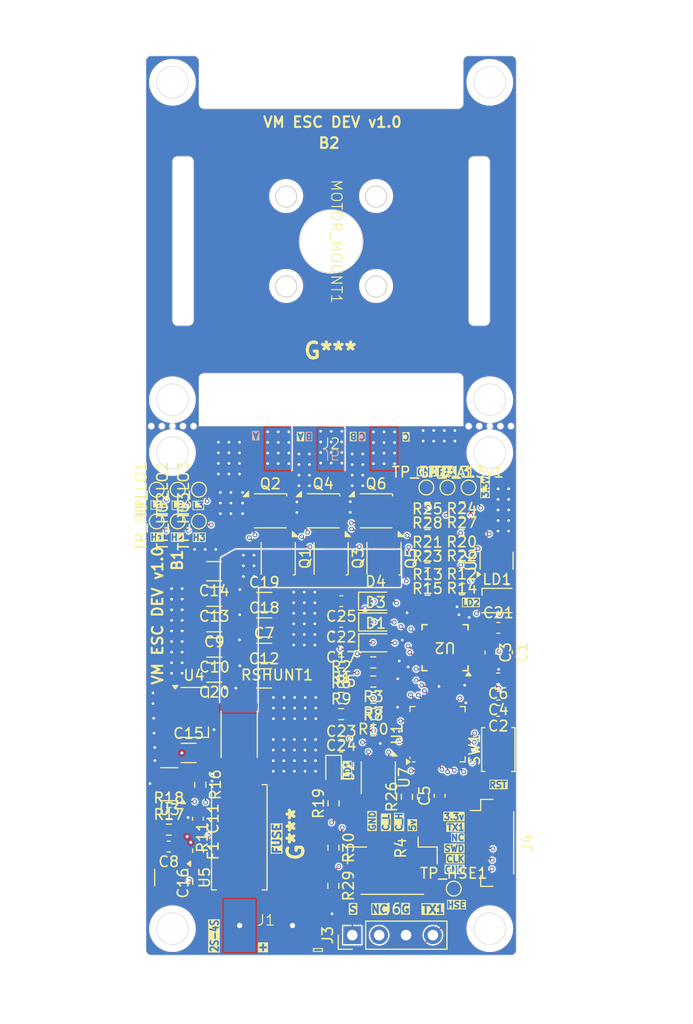
<source format=kicad_pcb>
(kicad_pcb (version 20240108) (generator "pcbnew") (generator_version "8.0")
  (layers (0 "F.Cu" signal) (1 "In1.Cu" signal) (2 "In2.Cu" signal) (31 "B.Cu" signal) (34 "B.Paste" user) (35 "F.Paste" user) (36 "B.SilkS" user "B.Silkscreen") (37 "F.SilkS" user "F.Silkscreen") (38 "B.Mask" user) (39 "F.Mask" user) (44 "Edge.Cuts" user))
  (net 0 "")
  (net 1 "5v")
  (net 2 "GND")
  (net 3 "CAN_RX")
  (net 4 "ST_NRST")
  (net 5 "3.3v")
  (net 6 "VDD")
  (net 7 "FD6288_VB1")
  (net 8 "FD6288_VS1")
  (net 9 "FD6288_VB2")
  (net 10 "FD6288_VS2")
  (net 11 "FD6288_VS3")
  (net 12 "FD6288_VB3")
  (net 13 "Net-(U4-VOUT)")
  (net 14 "CAN_L")
  (net 15 "CAN_H")
  (net 16 "Net-(Q1-G)")
  (net 17 "Net-(Q2-G)")
  (net 18 "Net-(Q3-G)")
  (net 19 "Net-(Q4-G)")
  (net 20 "Net-(Q5-G)")
  (net 21 "Net-(Q6-G)")
  (net 22 "CAN_SILENT")
  (net 23 "COMP_INM_A")
  (net 24 "COMP2_INP")
  (net 25 "USART1_TX")
  (net 26 "TIM15_CH1")
  (net 27 "COMP_INM_B")
  (net 28 "COMP_INM_C")
  (net 29 "BAT_IN+")
  (net 30 "BAT+")
  (net 31 "ADC1_IN11_BATTERY_VOLTAGE")
  (net 32 "FD6288_HO1")
  (net 33 "FD6288_LO1")
  (net 34 "FD6288_HO2")
  (net 35 "FD6288_LO2")
  (net 36 "FD6288_HO3")
  (net 37 "FD6288_LO3")
  (net 38 "CAN_TX")
  (net 39 "ADC1_IN8_BATTERY_CURRENT")
  (net 40 "ST_SWCLK")
  (net 41 "FD6288_LIN3")
  (net 42 "ST_PC15")
  (net 43 "FD6288_HIN3")
  (net 44 "ADC1_IN6_TEMP")
  (net 45 "ST_PB5")
  (net 46 "FD6288_HIN1")
  (net 47 "ST_PA15")
  (net 48 "FD6288_HIN2")
  (net 49 "ST_PC14")
  (net 50 "ST_SWDIO")
  (net 51 "FD6288_LIN1")
  (net 52 "FD6288_LIN2")
  (net 53 "HSE_IN")
  (net 54 "WS2812_SIGNAL")
  (net 55 "Net-(D2-A)")
  (net 56 "Net-(J3-Pin_1)")
  (net 57 "Net-(J3-Pin_4)")
  (net 60 "Net-(LD1-DIN)")
  (net 62 "Net-(U1-PH3)")
  (footprint "TestPoint:TestPoint_Pad_D1.0mm" (layer "F.Cu") (at 159 80.8)
    (property "Reference" "TP_GND1")
    (property "Value" "NC")
  )
  (footprint "Capacitor_SMD:C_0603_1608Metric" (layer "F.Cu") (at 160.26 109.94 90)
    (property "Reference" "C5")
    (property "Value" "100nF")
  )
  (footprint "Package_TO_SOT_SMD:SOT-23-5" (layer "F.Cu") (at 134.71 108.8425 180)
    (property "Reference" "U3")
    (property "Value" "INA169")
  )
  (footprint "Vimdrones_Connectors:2P_ESC_BAT_PAD_50A_Pitch_5.0mm" (layer "F.Cu") (at 143.85 122.2)
    (property "Reference" "J1")
    (property "Value" "NC")
  )
  (footprint "Resistor_SMD:R_0603_1608Metric" (layer "F.Cu") (at 150.95 102.22)
    (property "Reference" "R9")
    (property "Value" "3.6k")
  )
  (footprint "Capacitor_SMD:C_0603_1608Metric" (layer "F.Cu") (at 150.96 95.42 180)
    (property "Reference" "C17")
    (property "Value" "1uF")
  )
  (footprint "Resistor_SMD:R_0603_1608Metric" (layer "F.Cu") (at 150.23 110.66 90)
    (property "Reference" "R19")
    (property "Value" "330R")
  )
  (footprint "Package_TO_SOT_SMD:SOT-89-3" (layer "F.Cu") (at 137.04 102.0575)
    (property "Reference" "U4")
    (property "Value" "HT75xx-1-SOT89")
  )
  (footprint "Capacitor_SMD:C_0603_1608Metric" (layer "F.Cu") (at 150.96 105.28)
    (property "Reference" "C23")
    (property "Value" "100nF")
  )
  (footprint "LED_SMD:LED_0603_1608Metric" (layer "F.Cu") (at 150.23 107.6 -90)
    (property "Reference" "D2")
    (property "Value" "LED_RED")
  )
  (footprint "TestPoint:TestPoint_Pad_D1.0mm" (layer "F.Cu") (at 135.5 81 90)
    (property "Reference" "TP_LO2")
    (property "Value" "NC")
  )
  (footprint "Resistor_SMD:R_0603_1608Metric" (layer "F.Cu") (at 153.98 97.33 180)
    (property "Reference" "R5")
    (property "Value" "30k")
  )
  (footprint "Package_TO_SOT_SMD:SOT-23-6" (layer "F.Cu") (at 165.64 87.72 90)
    (property "Reference" "U6")
    (property "Value" "SN74LVC1T45DBV")
  )
  (footprint "Resistor_SMD:R_0603_1608Metric" (layer "F.Cu") (at 162.36 82.68 180)
    (property "Reference" "R27")
    (property "Value" "22R")
  )
  (footprint "Capacitor_SMD:C_1206_3216Metric" (layer "F.Cu") (at 138.96 93.53 180)
    (property "Reference" "C9")
    (property "Value" "22uF")
  )
  (footprint "Package_DFN_QFN:QFN-32-1EP_5x5mm_P0.5mm_EP3.45x3.45mm" (layer "F.Cu") (at 160.06 104.12 90)
    (property "Reference" "U1")
    (property "Value" "STM32L431KCUx")
  )
  (footprint "LOGO" (layer "F.Cu") (at 146.65442 113.554424 90)
    (property "Reference" "G***")
    (property "Value" "LOGO" (hide yes))
  )
  (footprint "TestPoint:TestPoint_Pad_D1.0mm" (layer "F.Cu") (at 137.5 81 90)
    (property "Reference" "TP_LO3")
    (property "Value" "NC")
  )
  (footprint "Vimdrones_Connectors:3P_ESC_OUT_50A_5.0mm_Pitch" (layer "F.Cu") (at 150 77.15)
    (property "Reference" "J2")
    (property "Value" "NC")
  )
  (footprint "Vimdrones_Power:1404_4300kv_motor" (layer "F.Cu") (at 150 57.55 -90)
    (property "Reference" "MOTOR_MOUNT1")
    (property "Value" "NC")
    (fp_circle (center -4.25 4.25) (end -3.25 4.25) (stroke (width 0.1)) (fill none) (layer "Edge.Cuts"))
    (fp_circle (center 4.25 4.25) (end 5.25 4.25) (stroke (width 0.1)) (fill none) (layer "Edge.Cuts"))
    (fp_circle (center 0 0) (end 3 0) (stroke (width 0.1)) (fill none) (layer "Edge.Cuts"))
    (fp_circle (center -4.25 -4.25) (end -3.25 -4.25) (stroke (width 0.1)) (fill none) (layer "Edge.Cuts"))
    (fp_circle (center 4.25 -4.25) (end 5.25 -4.25) (stroke (width 0.1)) (fill none) (layer "Edge.Cuts"))
  )
  (footprint "Diode_SMD:D_SOD-323" (layer "F.Cu") (at 154.2025 91.54)
    (property "Reference" "D4")
    (property "Value" "1N5819WS")
  )
  (footprint "Resistor_SMD:R_0603_1608Metric" (layer "F.Cu") (at 153.99 103.74)
    (property "Reference" "R8")
    (property "Value" "30k")
  )
  (footprint "Resistor_SMD:R_0603_1608Metric" (layer "F.Cu") (at 159.1 87.4)
    (property "Reference" "R21")
    (property "Value" "10k")
  )
  (footprint "Capacitor_SMD:C_0603_1608Metric" (layer "F.Cu") (at 150.95 93.5 180)
    (property "Reference" "C22")
    (property "Value" "1uF")
  )
  (footprint "Capacitor_SMD:C_1206_3216Metric" (layer "F.Cu") (at 143.67 96.43)
    (property "Reference" "C7")
    (property "Value" "22uF")
  )
  (footprint "Resistor_SMD:R_0603_1608Metric" (layer "F.Cu") (at 162.35 85.84 180)
    (property "Reference" "R22")
    (property "Value" "22R")
  )
  (footprint "Capacitor_SMD:C_1206_3216Metric" (layer "F.Cu") (at 136.53 105.89)
    (property "Reference" "C15")
    (property "Value" "22uF")
  )
  (footprint "Resistor_SMD:R_0603_1608Metric" (layer "F.Cu") (at 134.66 113.1375)
    (property "Reference" "R17")
    (property "Value" "3.6k")
  )
  (footprint "Vimdrones_Power:DFN-8-1EP_3x3mm_P0.65mm_EP1.55x2.4mm" (layer "F.Cu") (at 150 87.5 -90)
    (property "Reference" "Q3")
    (property "Value" "AON7544")
  )
  (footprint "Connector_PinHeader_2.54mm:PinHeader_1x04_P2.54mm_Vertical" (layer "F.Cu") (at 152 123.11 90)
    (property "Reference" "J3")
    (property "Value" "2.54mm Pinhead 4P")
  )
  (footprint "Capacitor_SMD:C_0603_1608Metric" (layer "F.Cu") (at 165.8 101.916 180)
    (property "Reference" "C2")
    (property "Value" "100nF")
  )
  (footprint "Resistor_SMD:R_0603_1608Metric" (layer "F.Cu") (at 159.1 85.87 180)
    (property "Reference" "R23")
    (property "Value" "22R")
  )
  (footprint "Resistor_SMD:R_0603_1608Metric" (layer "F.Cu") (at 159.12 90.46)
    (property "Reference" "R13")
    (property "Value" "10k")
  )
  (footprint "LOGO" (layer "F.Cu") (at 149.935576 67.87442)
    (property "Reference" "G***")
    (property "Value" "LOGO" (hide yes))
  )
  (footprint "Capacitor_SMD:C_0603_1608Metric" (layer "F.Cu") (at 165.79 98.84 180)
    (property "Reference" "C6")
    (property "Value" "100nF")
  )
  (footprint "Capacitor_SMD:C_0603_1608Metric" (layer "F.Cu") (at 150.96 91.54 180)
    (property "Reference" "C25")
    (property "Value" "1uF")
  )
  (footprint "Package_TO_SOT_SMD:SOT-23-5" (layer "F.Cu") (at 134.88 117.66 -90)
    (property "Reference" "U5")
    (property "Value" "AP2112K-3.3")
  )
  (footprint "Resistor_SMD:R_0603_1608Metric" (layer "F.Cu") (at 150.95 97.34 180)
    (property "Reference" "R1")
    (property "Value" "30k")
  )
  (footprint "Resistor_SMD:R_0603_1608Metric" (layer "F.Cu") (at 162.35 87.37)
    (property "Reference" "R20")
    (property "Value" "10k")
  )
  (footprint "Resistor_SMD:R_0603_1608Metric" (layer "F.Cu") (at 153.99 102.21 180)
    (property "Reference" "R10")
    (property "Value" "10k")
  )
  (footprint "Capacitor_SMD:C_0603_1608Metric" (layer "F.Cu") (at 150.95 103.75 180)
    (property "Reference" "C24")
    (property "Value" "10uF")
  )
  (footprint "Capacitor_SMD:C_1206_3216Metric" (layer "F.Cu") (at 138.97 95.92 180)
    (property "Reference" "C10")
    (property "Value" "22uF")
  )
  (footprint "Capacitor_SMD:C_0603_1608Metric" (layer "F.Cu") (at 137.43 118.19 90)
    (property "Reference" "C16")
    (property "Value" "10uF")
  )
  (footprint "Vimdrones_Connectors:JST_SH_BM06B-SRSS-TB_1x06-1MP_P1.00mm_Vertical" (layer "F.Cu") (at 165.25 114.39 -90)
    (property "Reference" "J4")
    (property "Value" "SH1.0mm 6P Vertical")
  )
  (footprint "TestPoint:TestPoint_Pad_D1.0mm" (layer "F.Cu") (at 161 80.8)
    (property "Reference" "TP_PA1")
    (property "Value" "NC")
  )
  (footprint "TestPoint:TestPoint_Pad_D1.0mm" (layer "F.Cu") (at 163 80.8)
    (property "Reference" "TP_3.3v1")
    (property "Value" "NC")
  )
  (footprint "Resistor_SMD:R_0603_1608Metric" (layer "F.Cu") (at 150.95 99.16)
    (property "Reference" "R2")
    (property "Value" "3.6k")
  )
  (footprint "Vimdrones_MCU:QFN24_4X4_SEM" (layer "F.Cu") (at 160.77 95.94 180)
    (property "Reference" "U2")
    (property "Value" "FD6288Q")
  )
  (footprint "Vimdrones_Power:DFN-8-1EP_3x3mm_P0.65mm_EP1.55x2.4mm" (layer "F.Cu") (at 149.25 83)
    (property "Reference" "Q4")
    (property "Value" "AON7544")
  )
  (footprint "Capacitor_SMD:C_1206_3216Metric" (layer "F.Cu") (at 143.66 98.84)
    (property "Reference" "C12")
    (property "Value" "22uF")
  )
  (footprint "Capacitor_SMD:C_0603_1608Metric" (layer "F.Cu") (at 166.62 96.38 -90)
    (property "Reference" "C1")
    (property "Value" "10uF")
  )
  (footprint "Capacitor_SMD:C_0603_1608Metric" (layer "F.Cu") (at 165.81 94.07)
    (property "Reference" "C21")
    (property "Value" "100nF")
  )
  (footprint "TestPoint:TestPoint_Pad_D1.0mm" (layer "F.Cu") (at 133.5 81 90)
    (property "Reference" "TP_LO1")
    (property "Value" "NC")
  )
  (footprint "Vimdrones_Power:DFN-8-1EP_3x3mm_P0.65mm_EP1.55x2.4mm" (layer "F.Cu") (at 154.25 83)
    (property "Reference" "Q6")
    (property "Value" "AON7544")
  )
  (footprint "Resistor_SMD:R_0603_1608Metric" (layer "F.Cu") (at 134.66 111.5675)
    (property "Reference" "R18")
    (property "Value" "30k")
  )
  (footprint "Package_SON:HVSON-8-1EP_3x3mm_P0.65mm_EP1.6x2.4mm" (layer "F.Cu") (at 154.46 108.22 -90)
    (property "Reference" "U7")
    (property "Value" "TJA1051TK-3")
  )
  (footprint "Diode_SMD:D_SOD-323" (layer "F.Cu") (at 154.22 95.48)
    (property "Reference" "D1")
    (property "Value" "1N5819WS")
  )
  (footprint "Resistor_SMD:R_0603_1608Metric" (layer "F.Cu") (at 159.11 88.92 180)
    (property "Reference" "R15")
    (property "Value" "22R")
  )
  (footprint "Resistor_SMD:R_0603_1608Metric" (layer "F.Cu") (at 158.7 110.03 90)
    (property "Reference" "R4")
    (property "Value" "10k")
  )
  (footprint "Vimdrones_Power:DFN-8-1EP_3x3mm_P0.65mm_EP1.55x2.4mm" (layer "F.Cu") (at 155 87.5 -90)
    (property "Reference" "Q5")
    (property "Value" "AON7544")
  )
  (footprint "Resistor_SMD:R_2512_6332Metric_Pad1.40x3.35mm_HandSolder" (layer "F.Cu") (at 141.31 104.14 -90)
    (property "Reference" "RSHUNT1")
    (property "Value" "0.3mR 3W")
  )
  (footprint "Resistor_SMD:R_0603_1608Metric" (layer "F.Cu") (at 137.63 108.89 -90)
    (property "Reference" "R16")
    (property "Value" "100k")
  )
  (footprint "Capacitor_SMD:C_0603_1608Metric" (layer "F.Cu") (at 137.41 112.1 -90)
    (property "Reference" "C11")
    (property "Value" "100nF")
  )
  (footprint "Vimdrones_Power:DFN-8-1EP_3x3mm_P0.65mm_EP1.55x2.4mm" (layer "F.Cu") (at 145 87.5 -90)
    (property "Reference" "Q1")
    (property "Value" "AON7544")
  )
  (footprint "Capacitor_SMD:C_1206_3216Metric" (layer "F.Cu") (at 138.95 91.12 180)
    (property "Reference" "C13")
    (property "Value" "22uF")
  )
  (footprint "Resistor_SMD:R_0603_1608Metric" (layer "F.Cu") (at 150.95 100.69)
    (property "Reference" "R6")
    (property "Value" "3.6k")
  )
  (footprint "TestPoint:TestPoint_Pad_D1.0mm" (layer "F.Cu") (at 137.5 84 90)
    (property "Reference" "TP_HO3")
    (property "Value" "NC")
  )
  (footprint "Resistor_SMD:R_0603_1608Metric" (layer "F.Cu") (at 159.1 82.72 180)
    (property "Reference" "R28")
    (property "Value" "22R")
  )
  (footprint "Resistor_SMD:R_0603_1608Metric" (layer "F.Cu") (at 162.36 88.89 180)
    (property "Reference" "R14")
    (property "Value" "22R")
  )
  (footprint "Diode_SMD:D_SOD-323" (layer "F.Cu") (at 154.2125 93.51)
    (property "Reference" "D3")
    (property "Value" "1N5819WS")
  )
  (footprint "Resistor_SMD:R_0603_1608Metric" (layer "F.Cu") (at 153.99 99.14 180)
    (property "Reference" "R3")
    (property "Value" "10k")
  )
  (footprint "Connector_JST:JST_GH_BM04B-GHS-TBT_1x04-1MP_P1.25mm_Vertical" (layer "F.Cu") (at 155.79 116.64 180)
    (property "Reference" "J6")
    (property "Value" "GH1.25-4P Vertical")
  )
  (footprint "TestPoint:TestPoint_Pad_D1.0mm" (layer "F.Cu") (at 133.51 84 90)
    (property "Reference" "TP_HO1")
    (property "Value" "NC")
  )
  (footprint "Capacitor_SMD:C_0603_1608Metric" (layer "F.Cu") (at 165.8 100.38 180)
    (property "Reference" "C4")
    (property "Value" "100nF")
  )
  (footprint "Capacitor_SMD:C_1206_3216Metric" (layer "F.Cu") (at 143.68 91.62)
    (property "Reference" "C19")
    (property "Value" "22uF")
  )
  (footprint "Resistor_SMD:R_0603_1608Metric" (layer "F.Cu") (at 150.22 114.84 -90)
    (property "Reference" "R30")
    (property "Value" "22R")
  )
  (footprint "Resistor_SMD:R_0603_1608Metric" (layer "F.Cu") (at 162.36 90.41)
    (property "Reference" "R12")
    (property "Value" "10k")
  )
  (footprint "Capacitor_SMD:C_0603_1608Metric" (layer "F.Cu") (at 134.65 114.74 180)
    (property "Reference" "C8")
    (property "Value" "10uF")
  )
  (footprint "TestPoint:TestPoint_Pad_D1.0mm" (layer "F.Cu") (at 161.59 118.71)
    (property "Reference" "TP_HSE1")
    (property "Value" "NC")
  )
  (footprint "Vimdrones_Led:LED_WS2812B-2020_PLCC4_2.0x2.0mm" (layer "F.Cu") (at 165.68 91.48)
    (property "Reference" "LD1")
    (property "Value" "WS2812B-2020")
  )
  (footprint "Resistor_SMD:R_0603_1608Metric" (layer "F.Cu") (at 159.1 84.25)
    (property "Reference" "R25")
    (property "Value" "10k")
  )
  (footprint "Resistor_SMD:R_0603_1608Metric" (layer "F.Cu") (at 157.16 110.03 90)
    (property "Reference" "R26")
    (property "Value" "10k")
  )
  (footprint "Capacitor_SMD:C_1206_3216Metric" (layer "F.Cu") (at 138.94 88.71 180)
    (property "Reference" "C14")
    (property "Value" "22uF")
  )
  (footprint "Fuse:Fuse_0603_1608Metric" (layer "F.Cu") (at 137.42 115.13 -90)
    (property "Reference" "F1")
    (property "Value" "Fuse")
  )
  (footprint "Resistor_SMD:R_0603_1608Metric" (layer "F.Cu") (at 150.21 118.45 -90)
    (property "Reference" "R29")
    (property "Value" "22R")
  )
  (footprint "Capacitor_SMD:C_1206_3216Metric" (layer "F.Cu") (at 143.68 94.03)
    (property "Reference" "C18")
    (property "Value" "22uF")
  )
  (footprint "Vimdrones_Connectors:SW_Push_SPST_NO_Alps_SKRK" (layer "F.Cu") (at 165.8 105.57 90)
    (property "Reference" "SW1")
    (property "Value" "SW_Push")
  )
  (footprint "TestPoint:TestPoint_Pad_D1.0mm" (layer "F.Cu") (at 135.5 84 90)
    (property "Reference" "TP_HO2")
    (property "Value" "NC")
  )
  (footprint "Capacitor_SMD:C_1206_3216Metric" (layer "F.Cu") (at 138.95 98.29 180)
    (property "Reference" "C20")
    (property "Value" "22uF")
  )
  (footprint "Vimdrones_Power:Fuseholder_Littelfuse_Nano2_154x" (layer "F.Cu") (at 141.32 113.86 90)
    (property "Reference" "R11")
    (property "Value" "30A FUSE")
  )
  (footprint "Vimdrones_Power:DFN-8-1EP_3x3mm_P0.65mm_EP1.55x2.4mm" (layer "F.Cu") (at 144.25 83)
    (property "Reference" "Q2")
    (property "Value" "AON7544")
  )
  (footprint "Resistor_SMD:R_0603_1608Metric" (layer "F.Cu") (at 162.36 84.22)
    (property "Reference" "R24")
    (property "Value" "10k")
  )
  (footprint "Capacitor_SMD:C_0603_1608Metric" (layer "F.Cu") (at 165.06 96.39 -90)
    (property "Reference" "C3")
    (property "Value" "100nF")
  )
  (footprint "Resistor_SMD:R_0603_1608Metric" (layer "F.Cu") (at 153.99 100.67 180)
    (property "Reference" "R7")
    (property "Value" "10k")
  )
  (footprint "Vimdrones_Connectors:3P_ESC_OUT_50A_5.0mm_Pitch" (layer "B.Cu") (at 150 77.15)
    (property "Reference" "J5")
    (property "Value" "NC")
  )
  (gr_line (start 167.5 40.5) (end 167.5 74.8) (stroke (width 0.05)) (layer "Edge.Cuts"))
  (gr_line (start 137 50.000001) (end 137 64.999999) (stroke (width 0.05)) (layer "Edge.Cuts"))
  (gr_line (start 163.5 49.5) (end 164.5 49.5) (stroke (width 0.05)) (layer "Edge.Cuts"))
  (gr_line (start 133.000001 40) (end 135 40) (stroke (width 0.05)) (layer "Edge.Cuts"))
  (gr_line (start 167.5 75.2) (end 167.5 74.8) (stroke (width 0.05)) (layer "Edge.Cuts"))
  (gr_line (start 137.5 40.500001) (end 137.5 44.499999) (stroke (width 0.05)) (layer "Edge.Cuts"))
  (gr_circle (center 137 75) (end 137.3 75) (stroke (width 0.05)) (fill none) (layer "Edge.Cuts"))
  (gr_arc (start 136.999999 40) (mid 137.353553 40.146447) (end 137.5 40.500001) (stroke (width 0.05)) (layer "Edge.Cuts"))
  (gr_arc (start 135 50.000001) (mid 135.146447 49.646447) (end 135.500001 49.5) (stroke (width 0.05)) (layer "Edge.Cuts"))
  (gr_arc (start 138.000001 45) (mid 137.646447 44.853553) (end 137.5 44.499999) (stroke (width 0.05)) (layer "Edge.Cuts"))
  (gr_line (start 165 65) (end 165 50) (stroke (width 0.05)) (layer "Edge.Cuts"))
  (gr_line (start 135.500001 65.5) (end 136.499999 65.5) (stroke (width 0.05)) (layer "Edge.Cuts"))
  (gr_circle (center 135 122.5) (end 136.5 122.5) (stroke (width 0.05)) (fill none) (layer "Edge.Cuts"))
  (gr_circle (center 135 75) (end 135.3 75) (stroke (width 0.05)) (fill none) (layer "Edge.Cuts"))
  (gr_arc (start 133.000001 125) (mid 132.646447 124.853553) (end 132.5 124.499999) (stroke (width 0.05)) (layer "Edge.Cuts"))
  (gr_arc (start 162 70) (mid 162.353553 70.146447) (end 162.5 70.5) (stroke (width 0.05)) (layer "Edge.Cuts"))
  (gr_circle (center 165 42.5) (end 166.5 42.5) (stroke (width 0.05)) (fill none) (layer "Edge.Cuts"))
  (gr_circle (center 163 75) (end 163.3 75) (stroke (width 0.05)) (fill none) (layer "Edge.Cuts"))
  (gr_line (start 163 50) (end 163 65) (stroke (width 0.05)) (layer "Edge.Cuts"))
  (gr_line (start 137.5 75) (end 162.5 75) (stroke (width 0.05)) (layer "Edge.Cuts"))
  (gr_circle (center 165 72.5) (end 166.5 72.5) (stroke (width 0.05)) (fill none) (layer "Edge.Cuts"))
  (gr_arc (start 137 64.999999) (mid 136.853553 65.353553) (end 136.499999 65.5) (stroke (width 0.05)) (layer "Edge.Cuts"))
  (gr_circle (center 135 77.5) (end 136.5 77.5) (stroke (width 0.05)) (fill none) (layer "Edge.Cuts"))
  (gr_arc (start 164.5 49.5) (mid 164.853553 49.646447) (end 165 50) (stroke (width 0.05)) (layer "Edge.Cuts"))
  (gr_line (start 135.500001 49.5) (end 136.499999 49.5) (stroke (width 0.05)) (layer "Edge.Cuts"))
  (gr_arc (start 136.499999 49.5) (mid 136.853553 49.646447) (end 137 50.000001) (stroke (width 0.05)) (layer "Edge.Cuts"))
  (gr_circle (center 166 75) (end 166.3 75) (stroke (width 0.05)) (fill none) (layer "Edge.Cuts"))
  (gr_arc (start 167 40) (mid 167.353553 40.146447) (end 167.5 40.5) (stroke (width 0.05)) (layer "Edge.Cuts"))
  (gr_arc (start 163.5 65.5) (mid 163.146447 65.353553) (end 163 65) (stroke (width 0.05)) (layer "Edge.Cuts"))
  (gr_circle (center 135 42.5) (end 136.5 42.5) (stroke (width 0.05)) (fill none) (layer "Edge.Cuts"))
  (gr_circle (center 136 75) (end 136.3 75) (stroke (width 0.05)) (fill none) (layer "Edge.Cuts"))
  (gr_arc (start 132.5 40.500001) (mid 132.646447 40.146447) (end 133.000001 40) (stroke (width 0.05)) (layer "Edge.Cuts"))
  (gr_line (start 135 50.000001) (end 135 64.999999) (stroke (width 0.05)) (layer "Edge.Cuts"))
  (gr_circle (center 133 75) (end 133.3 75) (stroke (width 0.05)) (fill none) (layer "Edge.Cuts"))
  (gr_line (start 167.5 75.2) (end 167.5 124.5) (stroke (width 0.05)) (layer "Edge.Cuts"))
  (gr_line (start 162 70) (end 161.5 70) (stroke (width 0.05)) (layer "Edge.Cuts"))
  (gr_circle (center 165 75) (end 165.3 75) (stroke (width 0.05)) (fill none) (layer "Edge.Cuts"))
  (gr_arc (start 163 50) (mid 163.146447 49.646447) (end 163.5 49.5) (stroke (width 0.05)) (layer "Edge.Cuts"))
  (gr_line (start 138.5 70) (end 161.5 70) (stroke (width 0.05)) (layer "Edge.Cuts"))
  (gr_line (start 132.5 75.2) (end 132.5 124.499999) (stroke (width 0.05)) (layer "Edge.Cuts"))
  (gr_line (start 132.5 40.500001) (end 132.5 74.8) (stroke (width 0.05)) (layer "Edge.Cuts"))
  (gr_line (start 133.000001 125) (end 167 125) (stroke (width 0.05)) (layer "Edge.Cuts"))
  (gr_arc (start 162.5 44.5) (mid 162.353553 44.853553) (end 162 45) (stroke (width 0.05)) (layer "Edge.Cuts"))
  (gr_arc (start 167.5 124.5) (mid 167.353553 124.853553) (end 167 125) (stroke (width 0.05)) (layer "Edge.Cuts"))
  (gr_circle (center 165 122.5) (end 166.5 122.5) (stroke (width 0.05)) (fill none) (layer "Edge.Cuts"))
  (gr_arc (start 137.5 70.500001) (mid 137.646447 70.146447) (end 138.000001 70) (stroke (width 0.05)) (layer "Edge.Cuts"))
  (gr_circle (center 135 72.5) (end 136.5 72.5) (stroke (width 0.05)) (fill none) (layer "Edge.Cuts"))
  (gr_line (start 138.000001 45) (end 162 45) (stroke (width 0.05)) (layer "Edge.Cuts"))
  (gr_line (start 162.5 44.5) (end 162.5 40.5) (stroke (width 0.05)) (layer "Edge.Cuts"))
  (gr_line (start 162.5 70.5) (end 162.5 75) (stroke (width 0.05)) (layer "Edge.Cuts"))
  (gr_circle (center 164 75) (end 164.3 75) (stroke (width 0.05)) (fill none) (layer "Edge.Cuts"))
  (gr_line (start 163.5 65.5) (end 164.5 65.5) (stroke (width 0.05)) (layer "Edge.Cuts"))
  (gr_line (start 137.5 70.500001) (end 137.5 75) (stroke (width 0.05)) (layer "Edge.Cuts"))
  (gr_line (start 163 40) (end 167 40) (stroke (width 0.05)) (layer "Edge.Cuts"))
  (gr_arc (start 162.5 40.5) (mid 162.646447 40.146447) (end 163 40) (stroke (width 0.05)) (layer "Edge.Cuts"))
  (gr_line (start 132.5 74.8) (end 132.5 75.2) (stroke (width 0.05)) (layer "Edge.Cuts"))
  (gr_arc (start 165 65) (mid 164.853553 65.353553) (end 164.5 65.5) (stroke (width 0.05)) (layer "Edge.Cuts"))
  (gr_line (start 135 40) (end 136.999999 40) (stroke (width 0.05)) (layer "Edge.Cuts"))
  (gr_circle (center 167 75) (end 167.3 75) (stroke (width 0.05)) (fill none) (layer "Edge.Cuts"))
  (gr_line (start 138.5 70) (end 138.000001 70) (stroke (width 0.05)) (layer "Edge.Cuts"))
  (gr_circle (center 134 75) (end 134.3 75) (stroke (width 0.05)) (fill none) (layer "Edge.Cuts"))
  (gr_circle (center 165 77.5) (end 166.5 77.5) (stroke (width 0.05)) (fill none) (layer "Edge.Cuts"))
  (gr_arc (start 135.500001 65.5) (mid 135.146447 65.353553) (end 135 64.999999) (stroke (width 0.05)) (layer "Edge.Cuts"))
  (gr_text "C" (at 153.33 75.6 180) (layer "B.SilkS" knockout) (effects (font (size 0.6 0.6) (thickness 0.15) (bold yes)) (justify left bottom)))
  (gr_text "B" (at 148.31 75.6 180) (layer "B.SilkS" knockout) (effects (font (size 0.6 0.6) (thickness 0.15) (bold yes)) (justify left bottom)))
  (gr_text "A" (at 143.23 75.52 180) (layer "B.SilkS" knockout) (effects (font (size 0.6 0.6) (thickness 0.15) (bold yes)) (justify left bottom)))
  (gr_text "3.3v" (at 160.57 112.27 0) (layer "F.SilkS" knockout) (effects (font (size 0.6 0.6) (thickness 0.15) (bold yes)) (justify left bottom)))
  (gr_text "LD1" (at 151.91 108.42 90) (layer "F.SilkS" knockout) (effects (font (size 0.6 0.6) (thickness 0.15) (bold yes)) (justify left bottom)))
  (gr_text "L1" (at 132.84 82.84 0) (layer "F.SilkS" knockout) (effects (font (size 0.6 0.6) (thickness 0.15) (bold yes)) (justify left bottom)))
  (gr_text "G" (at 156.53 121.09 0) (layer "F.SilkS" knockout) (effects (font (size 0.75 0.75) (thickness 0.1875) (bold yes)) (justify left bottom)))
  (gr_text "GND" (at 158.03 79.68 0) (layer "F.SilkS" knockout) (effects (font (size 0.6 0.6) (thickness 0.15) (bold yes)) (justify left bottom)))
  (gr_text "5v" (at 158.05 113.34 90) (layer "F.SilkS" knockout) (effects (font (size 0.6 0.6) (thickness 0.15) (bold yes)) (justify left bottom)))
  (gr_text "H2" (at 134.76 85.87 0) (layer "F.SilkS" knockout) (effects (font (size 0.6 0.6) (thickness 0.15) (bold yes)) (justify left bottom)))
  (gr_text "C_H" (at 156.78 113.34 90) (layer "F.SilkS" knockout) (effects (font (size 0.6 0.6) (thickness 0.15) (bold yes)) (justify left bottom)))
  (gr_text "C_L" (at 155.53 113.34 90) (layer "F.SilkS" knockout) (effects (font (size 0.6 0.6) (thickness 0.15) (bold yes)) (justify left bottom)))
  (gr_text "+" (at 144.15 123.88 180) (layer "F.SilkS" knockout) (effects (font (size 0.75 0.75) (thickness 0.1875) (bold yes)) (justify left bottom)))
  (gr_text "2S-4S" (at 139.42 124.78 90) (layer "F.SilkS" knockout) (effects (font (size 0.75 0.6) (thickness 0.15) (bold yes)) (justify left bottom)))
  (gr_text "NC" (at 161.25 114.25 0) (layer "F.SilkS" knockout) (effects (font (size 0.6 0.6) (thickness 0.15) (bold yes)) (justify left bottom)))
  (gr_text "TX1" (at 160.88 113.28 0) (layer "F.SilkS" knockout) (effects (font (size 0.6 0.6) (thickness 0.15) (bold yes)) (justify left bottom)))
  (gr_text "B2" (at 148.7 48.83 0) (layer "F.SilkS") (effects (font (size 1 1) (thickness 0.2) (bold yes)) (justify left bottom)))
  (gr_text "VM ESC DEV v1.0" (at 143.47 46.85 0) (layer "F.SilkS") (effects (font (size 1 1) (thickness 0.2) (bold yes)) (justify left bottom)))
  (gr_text "TX1" (at 158.53 121.12 0) (layer "F.SilkS" knockout) (effects (font (size 0.75 0.75) (thickness 0.1875) (bold yes)) (justify left bottom)))
  (gr_text "C" (at 157.48 75.63 180) (layer "F.SilkS" knockout) (effects (font (size 0.6 0.6) (thickness 0.15) (bold yes)) (justify left bottom)))
  (gr_text "A" (at 147.46 75.6 180) (layer "F.SilkS" knockout) (effects (font (size 0.6 0.6) (thickness 0.15) (bold yes)) (justify left bottom)))
  (gr_text "-" (at 149.34 124.13 180) (layer "F.SilkS" knockout) (effects (font (size 0.75 0.75) (thickness 0.1875) (bold yes)) (justify left bottom)))
  (gr_text "NC" (at 153.68 121.12 0) (layer "F.SilkS" knockout) (effects (font (size 0.75 0.75) (thickness 0.1875) (bold yes)) (justify left bottom)))
  (gr_text "FUSE" (at 145.32 115.53 90) (layer "F.SilkS" knockout) (effects (font (size 0.75 0.75) (thickness 0.1875) (bold yes)) (justify left bottom)))
  (gr_text "GND" (at 154.25 113.33 90) (layer "F.SilkS" knockout) (effects (font (size 0.6 0.6) (thickness 0.15) (bold yes)) (justify left bottom)))
  (gr_text "B1" (at 136.04 88.78 90) (layer "F.SilkS") (effects (font (size 1 1) (thickness 0.2) (bold yes)) (justify left bottom)))
  (gr_text "VM ESC DEV v1.0" (at 134.18 99.55 90) (layer "F.SilkS") (effects (font (size 1 1) (thickness 0.2) (bold yes)) (justify left bottom)))
  (gr_text "L2" (at 134.83 82.86 0) (layer "F.SilkS" knockout) (effects (font (size 0.6 0.6) (thickness 0.15) (bold yes)) (justify left bottom)))
  (gr_text "LD2" (at 162.27 92.04 0) (layer "F.SilkS" knockout) (effects (font (size 0.6 0.6) (thickness 0.15) (bold yes)) (justify left bottom)))
  (gr_text "H1" (at 132.84 85.86 0) (layer "F.SilkS" knockout) (effects (font (size 0.6 0.6) (thickness 0.15) (bold yes)) (justify left bottom)))
  (gr_text "H3" (at 136.82 85.88 0) (layer "F.SilkS" knockout) (effects (font (size 0.6 0.6) (thickness 0.15) (bold yes)) (justify left bottom)))
  (gr_text "HSE" (at 160.87 120.61 0) (layer "F.SilkS" knockout) (effects (font (size 0.6 0.6) (thickness 0.15) (bold yes)) (justify left bottom)))
  (gr_text "CLK" (at 160.79 116.27 0) (layer "F.SilkS" knockout) (effects (font (size 0.6 0.6) (thickness 0.15) (bold yes)) (justify left bottom)))
  (gr_text "GND" (at 160.65 117.27 0) (layer "F.SilkS" knockout) (effects (font (size 0.6 0.6) (thickness 0.15) (bold yes)) (justify left bottom)))
  (gr_text "S" (at 151.59 121.1 0) (layer "F.SilkS" knockout) (effects (font (size 0.75 0.75) (thickness 0.1875) (bold yes)) (justify left bottom)))
  (gr_text "PA1" (at 160.01 79.68 0) (layer "F.SilkS" knockout) (effects (font (size 0.6 0.6) (thickness 0.15) (bold yes)) (justify left bottom)))
  (gr_text "B" (at 152.5 75.6 180) (layer "F.SilkS" knockout) (effects (font (size 0.6 0.6) (thickness 0.15) (bold yes)) (justify left bottom)))
  (gr_text "SWD" (at 160.62 115.28 0) (layer "F.SilkS" knockout) (effects (font (size 0.6 0.6) (thickness 0.15) (bold yes)) (justify left bottom)))
  (gr_text "RST" (at 164.87 109.25 0) (layer "F.SilkS" knockout) (effects (font (size 0.6 0.6) (thickness 0.15) (bold yes)) (justify left bottom)))
  (gr_text "3.3v" (at 164.93 81.84 90) (layer "F.SilkS" knockout) (effects (font (size 0.6 0.6) (thickness 0.15) (bold yes)) (justify left bottom)))
  (gr_text "L3" (at 136.81 82.87 0) (layer "F.SilkS" knockout) (effects (font (size 0.6 0.6) (thickness 0.15) (bold yes)) (justify left bottom)))
  (segment (start 164.69 89.63) (end 165.37 90.31) (width 0.13) (layer "F.Cu") (net 1))
  (segment (start 165.975 90.31) (end 166.595 90.93) (width 0.13) (layer "F.Cu") (net 1))
  (segment (start 166.61 95.615) (end 166.62 95.605) (width 0.13) (layer "F.Cu") (net 1))
  (segment (start 165.89 95.615) (end 165.89 92.94) (width 0.13) (layer "F.Cu") (net 1))
  (segment (start 135.4275 114.7375) (end 135.425 114.74) (width 0.13) (layer "F.Cu") (net 1))
  (segment (start 138.39 113.67) (end 138.39 114.65) (width 0.13) (layer "F.Cu") (net 1))
  (segment (start 137.42 115.62) (end 137.42 115.9175) (width 0.13) (layer "F.Cu") (net 1))
  (segment (start 153.485 109.67) (end 152.58 109.67) (width 0.13) (layer "F.Cu") (net 1))
  (segment (start 152.58 115.48) (end 152.58 109.67) (width 0.13) (layer "F.Cu") (net 1))
  (segment (start 151.735 104.53) (end 151.735 103.76) (width 0.13) (layer "F.Cu") (net 1))
  (segment (start 136.435 115.9175) (end 137.42 115.9175) (width 0.13) (layer "F.Cu") (net 1))
  (segment (start 166.62 95.605) (end 166.62 94.095) (width 0.13) (layer "F.Cu") (net 1))
  (segment (start 151.735 105.28) (end 151.735 104.53) (width 0.13) (layer "F.Cu") (net 1))
  (segment (start 152.25 109.34) (end 152.25 105.795) (width 0.13) (layer "F.Cu") (net 1))
  (segment (start 135.425 115.135) (end 135.425 114.74) (width 0.13) (layer "F.Cu") (net 1))
  (segment (start 138.39 114.65) (end 137.42 115.62) (width 0.13) (layer "F.Cu") (net 1))
  (segment (start 135.634999 117.38) (end 134.125001 117.38) (width 0.13) (layer "F.Cu") (net 1))
  (segment (start 157.665 115.915) (end 157.39 116.19) (width 0.13) (layer "F.Cu") (net 1))
  (segment (start 155.2525 91.54) (end 156 91.54) (width 0.13) (layer "F.Cu") (net 1))
  (segment (start 151.765 105.31) (end 153.67 105.31) (width 0.13) (layer "F.Cu") (net 1))
  (segment (start 152.58 109.67) (end 152.25 109.34) (width 0.13) (layer "F.Cu") (net 1))
  (segment (start 164.985 95.69) (end 165.06 95.615) (width 0.13) (layer "F.Cu") (net 1))
  (segment (start 135.83 116.5225) (end 135.83 115.54) (width 0.13) (layer "F.Cu") (net 1))
  (segment (start 165.89 92.94) (end 165.99 92.84) (width 0.13) (layer "F.Cu") (net 1))
  (segment (start 151.735 103.76) (end 151.725 103.75) (width 0.13) (layer "F.Cu") (net 1))
  (segment (start 155.2625 95.48) (end 156.02 95.48) (width 0.13) (layer "F.Cu") (net 1))
  (segment (start 134.125001 117.38) (end 133.93 117.184999) (width 0.13) (layer "F.Cu") (net 1))
  (segment (start 154.135 105.775) (end 154.135 106.77) (width 0.13) (layer "F.Cu") (net 1))
  (segment (start 135.83 117.184999) (end 135.634999 117.38) (width 0.13) (layer "F.Cu") (net 1))
  (segment (start 165.06 95.615) (end 165.89 95.615) (width 0.13) (layer "F.Cu") (net 1))
  (segment (start 165.93 91.595) (end 166.595 90.93) (width 0.13) (layer "F.Cu") (net 1))
  (segment (start 157.39 116.19) (end 153.29 116.19) (width 0.13) (layer "F.Cu") (net 1))
  (segment (start 165.89 95.615) (end 166.61 95.615) (width 0.13) (layer "F.Cu") (net 1))
  (segment (start 162.7385 95.69) (end 164.985 95.69) (width 0.13) (layer "F.Cu") (net 1))
  (segment (start 165.37 90.31) (end 165.975 90.31) (width 0.13) (layer "F.Cu") (net 1))
  (segment (start 157.665 114.69) (end 157.665 115.915) (width 0.13) (layer "F.Cu") (net 1))
  (segment (start 165.89 96.26) (end 165.87 96.28) (width 0.13) (layer "F.Cu") (net 1))
  (segment (start 156.02 95.48) (end 156.03 95.49) (width 0.13) (layer "F.Cu") (net 1))
  (segment (start 135.83 115.54) (end 135.425 115.135) (width 0.13) (layer "F.Cu") (net 1))
  (segment (start 156 91.54) (end 156.18 91.72) (width 0.13) (layer "F.Cu") (net 1))
  (segment (start 152.25 105.795) (end 151.735 105.28) (width 0.13) (layer "F.Cu") (net 1))
  (segment (start 153.67 105.31) (end 154.135 105.775) (width 0.13) (layer "F.Cu") (net 1))
  (segment (start 151.735 105.28) (end 151.765 105.31) (width 0.13) (layer "F.Cu") (net 1))
  (segment (start 164.69 88.8575) (end 164.69 89.63) (width 0.13) (layer "F.Cu") (net 1))
  (segment (start 153.29 116.19) (end 152.58 115.48) (width 0.13) (layer "F.Cu") (net 1))
  (segment (start 165.99 92.84) (end 165.93 92.78) (width 0.13) (layer "F.Cu") (net 1))
  (segment (start 133.93 117.184999) (end 133.93 116.5225) (width 0.13) (layer "F.Cu") (net 1))
  (segment (start 135.83 116.5225) (end 136.435 115.9175) (width 0.13) (layer "F.Cu") (net 1))
  (segment (start 135.83 116.5225) (end 135.83 117.184999) (width 0.13) (layer "F.Cu") (net 1))
  (segment (start 166.62 94.095) (end 166.635 94.08) (width 0.13) (layer "F.Cu") (net 1))
  (segment (start 155.2625 93.51) (end 155.93 93.51) (width 0.13) (layer "F.Cu") (net 1))
  (segment (start 165.89 95.615) (end 165.89 96.26) (width 0.13) (layer "F.Cu") (net 1))
  (segment (start 165.93 92.78) (end 165.93 91.595) (width 0.13) (layer "F.Cu") (net 1))
  (segment (start 155.93 93.51) (end 155.96 93.54) (width 0.13) (layer "F.Cu") (net 1))
  (via (at 165.87 96.28) (size 0.45) (drill 0.25) (layers "F.Cu" "B.Cu") (net 1))
  (via (at 156.18 91.72) (size 0.45) (drill 0.25) (layers "F.Cu" "B.Cu") (net 1))
  (via (at 138.39 113.67) (size 0.45) (drill 0.25) (layers "F.Cu" "B.Cu") (net 1))
  (via (at 156.03 95.49) (size 0.45) (drill 0.25) (layers "F.Cu" "B.Cu") (net 1))
  (via (at 155.96 93.54) (size 0.45) (drill 0.25) (layers "F.Cu" "B.Cu") (net 1))
  (via (at 151.735 104.53) (size 0.45) (drill 0.25) (layers "F.Cu" "B.Cu") (net 1))
  (via (at 165.93 92.78) (size 0.45) (drill 0.25) (layers "F.Cu" "B.Cu") (net 1))
  (segment (start 133.93 114.795) (end 133.875 114.74) (width 0.13) (layer "F.Cu") (net 2))
  (via (at 146.55 100.65) (size 0.45) (drill 0.25) (layers "F.Cu" "B.Cu") (net 2))
  (via (at 151.99 80.63) (size 0.45) (drill 0.25) (layers "F.Cu" "B.Cu") (net 2))
  (via (at 134.92 95.36) (size 0.45) (drill 0.25) (layers "F.Cu" "B.Cu") (net 2))
  (via (at 166.68 89.94) (size 0.45) (drill 0.25) (layers "F.Cu" "B.Cu") (net 2))
  (via (at 151.99 78.63) (size 0.45) (drill 0.25) (layers "F.Cu" "B.Cu") (net 2))
  (via (at 139.34 77.52) (size 0.45) (drill 0.25) (layers "F.Cu" "B.Cu") (net 2))
  (via (at 140.53 83.27) (size 0.45) (drill 0.25) (layers "F.Cu" "B.Cu") (net 2))
  (via (at 138.73 108.55) (size 0.45) (drill 0.25) (layers "F.Cu" "B.Cu") (net 2))
  (via (at 144.55 101.65) (size 0.45) (drill 0.25) (layers "F.Cu" "B.Cu") (net 2))
  (via (at 144.53 106.62) (size 0.45) (drill 0.25) (layers "F.Cu" "B.Cu") (net 2))
  (via (at 148.55 102.65) (size 0.45) (drill 0.25) (layers "F.Cu" "B.Cu") (net 2))
  (via (at 141.63 83.27) (size 0.45) (drill 0.25) (layers "F.Cu" "B.Cu") (net 2))
  (via (at 162.35 87.37) (size 0.45) (drill 0.25) (layers "F.Cu" "B.Cu") (net 2))
  (via (at 146.53 106.62) (size 0.45) (drill 0.25) (layers "F.Cu" "B.Cu") (net 2))
  (via (at 141.63 81.27) (size 0.45) (drill 0.25) (layers "F.Cu" "B.Cu") (net 2))
  (via (at 152.99 79.63) (size 0.45) (drill 0.25) (layers "F.Cu" "B.Cu") (net 2))
  (via (at 159.7 76.41) (size 0.45) (drill 0.25) (layers "F.Cu" "B.Cu") (net 2))
  (via (at 134.92 94.36) (size 0.45) (drill 0.25) (layers "F.Cu" "B.Cu") (net 2))
  (via (at 166.78 81.92) (size 0.45) (drill 0.25) (layers "F.Cu" "B.Cu") (net 2))
  (via (at 146.55 101.65) (size 0.45) (drill 0.25) (layers "F.Cu" "B.Cu") (net 2))
  (via (at 162.62 99.49) (size 0.45) (drill 0.25) (layers "F.Cu" "B.Cu") (net 2))
  (via (at 133.26 104.02) (size 0.45) (drill 0.25) (layers "F.Cu" "B.Cu") (net 2))
  (via (at 134.92 93.36) (size 0.45) (drill 0.25) (layers "F.Cu" "B.Cu") (net 2))
  (via (at 147.46 95.69) (size 0.45) (drill 0.25) (layers "F.Cu" "B.Cu") (net 2))
  (via (at 144.53 107.62) (size 0.45) (drill 0.25) (layers "F.Cu" "B.Cu") (net 2))
  (via (at 150.21 94.45) (size 0.45) (drill 0.25) (layers "F.Cu" "B.Cu") (net 2))
  (via (at 148.53 105.62) (size 0.45) (drill 0.25) (layers "F.Cu" "B.Cu") (net 2))
  (via (at 138.93 103.69) (size 0.45) (drill 0.25) (layers "F.Cu" "B.Cu") (net 2))
  (via (at 144.53 105.62) (size 0.45) (drill 0.25) (layers "F.Cu" "B.Cu") (net 2))
  (via (at 147.55 100.65) (size 0.45) (drill 0.25) (layers "F.Cu" "B.Cu") (net 2))
  (via (at 147.55 102.65) (size 0.45) (drill 0.25) (layers "F.Cu" "B.Cu") (net 2))
  (via (at 151.81 82.14) (size 0.45) (drill 0.25) (layers "F.Cu" "B.Cu") (net 2))
  (via (at 146.95 79.63) (size 0.45) (drill 0.25) (layers "F.Cu" "B.Cu") (net 2))
  (via (at 148.53 104.62) (size 0.45) (drill 0.25) (layers "F.Cu" "B.Cu") (net 2))
  (via (at 148.46 92.69) (size 0.45) (drill 0.25) (layers "F.Cu" "B.Cu") (net 2))
  (via (at 161.7 76.41) (size 0.45) (drill 0.25) (layers "F.Cu" "B.Cu") (net 2))
  (via (at 146.46 95.69) (size 0.45) (drill 0.25) (layers "F.Cu" "B.Cu") (net 2))
  (via (at 158.7 76.41) (size 0.45) (drill 0.25) (layers "F.Cu" "B.Cu") (net 2))
  (via (at 156.44 97.2) (size 0.45) (drill 0.25) (layers "F.Cu" "B.Cu") (net 2))
  (via (at 140.53 82.27) (size 0.45) (drill 0.25) (layers "F.Cu" "B.Cu") (net 2))
  (via (at 135.92 97.36) (size 0.45) (drill 0.25) (layers "F.Cu" "B.Cu") (net 2))
  (via (at 139.34 78.52) (size 0.45) (drill 0.25) (layers "F.Cu" "B.Cu") (net 2))
  (via (at 165.84 97.99) (size 0.45) (drill 0.25) (layers "F.Cu" "B.Cu") (net 2))
  (via (at 146.55 102.65) (size 0.45) (drill 0.25) (layers "F.Cu" "B.Cu") (net 2))
  (via (at 147.53 105.62) (size 0.45) (drill 0.25) (layers "F.Cu" "B.Cu") (net 2))
  (via (at 139.34 76.52) (size 0.45) (drill 0.25) (layers "F.Cu" "B.Cu") (net 2))
  (via (at 146.46 91.69) (size 0.45) (drill 0.25) (layers "F.Cu" "B.Cu") (net 2))
  (via (at 161.7 75.41) (size 0.45) (drill 0.25) (layers "F.Cu" "B.Cu") (net 2))
  (via (at 134.92 91.36) (size 0.45) (drill 0.25) (layers "F.Cu" "B.Cu") (net 2))
  (via (at 148.46 95.69) (size 0.45) (drill 0.25) (layers "F.Cu" "B.Cu") (net 2))
  (via (at 160.7 75.41) (size 0.45) (drill 0.25) (layers "F.Cu" "B.Cu") (net 2))
  (via (at 148.46 90.69) (size 0.45) (drill 0.25) (layers "F.Cu" "B.Cu") (net 2))
  (via (at 147.46 94.69) (size 0.45) (drill 0.25) (layers "F.Cu" "B.Cu") (net 2))
  (via (at 145.53 105.62) (size 0.45) (drill 0.25) (layers "F.Cu" "B.Cu") (net 2))
  (via (at 147.46 90.69) (size 0.45) (drill 0.25) (layers "F.Cu" "B.Cu") (net 2))
  (via (at 141.34 79.52) (size 0.45) (drill 0.25) (layers "F.Cu" "B.Cu") (net 2))
  (via (at 133.16 100.22) (size 0.45) (drill 0.25) (layers "F.Cu" "B.Cu") (net 2))
  (via (at 146.46 90.69) (size 0.45) (drill 0.25) (layers "F.Cu" "B.Cu") (net 2))
  (via (at 135.92 96.36) (size 0.45) (drill 0.25) (layers "F.Cu" "B.Cu") (net 2))
  (via (at 166.78 83.92) (size 0.45) (drill 0.25) (layers "F.Cu" "B.Cu") (net 2))
  (via (at 147.55 101.65) (size 0.45) (drill 0.25) (layers "F.Cu" "B.Cu") (net 2))
  (via (at 146.95 77.63) (size 0.45) (drill 0.25) (layers "F.Cu" "B.Cu") (net 2))
  (via (at 154.64 105) (size 0.45) (drill 0.25) (layers "F.Cu" "B.Cu") (net 2))
  (via (at 148.46 94.69) (size 0.45) (drill 0.25) (layers "F.Cu" "B.Cu") (net 2))
  (via (at 135.92 94.36) (size 0.45) (drill 0.25) (layers "F.Cu" "B.Cu") (net 2))
  (via (at 134.92 92.36) (size 0.45) (drill 0.25) (layers "F.Cu" "B.Cu") (net 2))
  (via (at 148.53 107.62) (size 0.45) (drill 0.25) (layers "F.Cu" "B.Cu") (net 2))
  (via (at 147.95 77.63) (size 0.45) (drill 0.25) (layers "F.Cu" "B.Cu") (net 2))
  (via (at 157.28 97.76) (size 0.45) (drill 0.25) (layers "F.Cu" "B.Cu") (net 2))
  (via (at 148.53 106.62) (size 0.45) (drill 0.25) (layers "F.Cu" "B.Cu") (net 2))
  (via (at 159.7 75.41) (size 0.45) (drill 0.25) (layers "F.Cu" "B.Cu") (net 2))
  (via (at 141.34 76.52) (size 0.45) (drill 0.25) (layers "F.Cu" "B.Cu") (net 2))
  (via (at 139.53 81.27) (size 0.45) (drill 0.25) (layers "F.Cu" "B.Cu") (net 2))
  (via (at 134.92 97.36) (size 0.45) (drill 0.25) (layers "F.Cu" "B.Cu") (net 2))
  (via (at 165.78 82.92) (size 0.45) (drill 0.25) (layers "F.Cu" "B.Cu") (net 2))
  (via (at 135.92 95.36) (size 0.45) (drill 0.25) (layers "F.Cu" "B.Cu") (net 2))
  (via (at 160.2 99.6) (size 0.45) (drill 0.25) (layers "F.Cu" "B.Cu") (net 2))
  (via (at 145.55 102.65) (size 0.45) (drill 0.25) (layers "F.Cu" "B.Cu") (net 2))
  (via (at 133.34 106.6) (size 0.45) (drill 0.25) (layers "F.Cu" "B.Cu") (net 2))
  (via (at 133.16 101.22) (size 0.45) (drill 0.25) (layers "F.Cu" "B.Cu") (net 2))
  (via (at 147.53 107.62) (size 0.45) (drill 0.25) (layers "F.Cu" "B.Cu") (net 2))
  (via (at 146.76 83.16) (size 0.45) (drill 0.25) (layers "F.Cu" "B.Cu") (net 2))
  (via (at 166.78 84.92) (size 0.45) (drill 0.25) (layers "F.Cu" "B.Cu") (net 2))
  (via (at 148.46 93.69) (size 0.45) (drill 0.25) (layers "F.Cu" "B.Cu") (net 2))
  (via (at 147.95 79.63) (size 0.45) (drill 0.25) (layers "F.Cu" "B.Cu") (net 2))
  (via (at 140.34 76.52) (size 0.45) (drill 0.25) (layers "F.Cu" "B.Cu") (net 2))
  (via (at 146.53 104.62) (size 0.45) (drill 0.25) (layers "F.Cu" "B.Cu") (net 2))
  (via (at 165.78 84.92) (size 0.45) (drill 0.25) (layers "F.Cu" "B.Cu") (net 2))
  (via (at 163.05 93.08) (size 0.45) (drill 0.25) (layers "F.Cu" "B.Cu") (net 2))
  (via (at 156.297457 98.881611) (size 0.45) (drill 0.25) (layers "F.Cu" "B.Cu") (net 2))
  (via (at 148.55 101.65) (size 0.45) (drill 0.25) (layers "F.Cu" "B.Cu") (net 2))
  (via (at 144.53 104.62) (size 0.45) (drill 0.25) (layers "F.Cu" "B.Cu") (net 2))
  (via (at 134.92 96.36) (size 0.45) (drill 0.25) (layers "F.Cu" "B.Cu") (net 2))
  (via (at 133.33 105.37) (size 0.45) (drill 0.25) (layers "F.Cu" "B.Cu") (net 2))
  (via (at 158.7 75.41) (size 0.45) (drill 0.25) (layers "F.Cu" "B.Cu") (net 2))
  (via (at 135.92 92.36) (size 0.45) (drill 0.25) (layers "F.Cu" "B.Cu") (net 2))
  (via (at 152.99 80.63) (size 0.45) (drill 0.25) (layers "F.Cu" "B.Cu") (net 2))
  (via (at 146.95 78.63) (size 0.45) (drill 0.25) (layers "F.Cu" "B.Cu") (net 2))
  (via (at 160.7 76.41) (size 0.45) (drill 0.25) (layers "F.Cu" "B.Cu") (net 2))
  (via (at 144.55 100.65) (size 0.45) (drill 0.25) (layers "F.Cu" "B.Cu") (net 2))
  (via (at 140.53 81.27) (size 0.45) (drill 0.25) (layers "F.Cu" "B.Cu") (net 2))
  (via (at 162.08 92.82) (size 0.45) (drill 0.25) (layers "F.Cu" "B.Cu") (net 2))
  (via (at 144.55 102.65) (size 0.45) (drill 0.25) (layers "F.Cu" "B.Cu") (net 2))
  (via (at 147.46 93.69) (size 0.45) (drill 0.25) (layers "F.Cu" "B.Cu") (net 2))
  (via (at 165.78 83.92) (size 0.45) (drill 0.25) (layers "F.Cu" "B.Cu") (net 2))
  (via (at 151.99 79.63) (size 0.45) (drill 0.25) (layers "F.Cu" "B.Cu") (net 2))
  (via (at 147.95 80.63) (size 0.45) (drill 0.25) (layers "F.Cu" "B.Cu") (net 2))
  (via (at 161.9 92.07) (size 0.45) (drill 0.25) (layers "F.Cu" "B.Cu") (net 2))
  (via (at 140.34 78.52) (size 0.45) (drill 0.25) (layers "F.Cu" "B.Cu") (net 2))
  (via (at 147.46 91.69) (size 0.45) (drill 0.25) (layers "F.Cu" "B.Cu") (net 2))
  (via (at 146.46 93.69) (size 0.45) (drill 0.25) (layers "F.Cu" "B.Cu") (net 2))
  (via (at 156.28 101.56) (size 0.45) (drill 0.25) (layers "F.Cu" "B.Cu") (net 2))
  (via (at 139.34 79.52) (size 0.45) (drill 0.25) (layers "F.Cu" "B.Cu") (net 2))
  (via (at 166.78 82.92) (size 0.45) (drill 0.25) (layers "F.Cu" "B.Cu") (net 2))
  (via (at 138.1 86.65) (size 0.45) (drill 0.25) (layers "F.Cu" "B.Cu") (net 2))
  (via (at 165.78 81.92) (size 0.45) (drill 0.25) (layers "F.Cu" "B.Cu") (net 2))
  (via (at 135.92 90.36) (size 0.45) (drill 0.25) (layers "F.Cu" "B.Cu") (net 2))
  (via (at 150.09 121.09) (size 0.45) (drill 0.25) (layers "F.Cu" "B.Cu") (net 2))
  (via (at 147.53 106.62) (size 0.45) (drill 0.25) (layers "F.Cu" "B.Cu") (net 2))
  (via (at 135.92 93.36) (size 0.45) (drill 0.25) (layers "F.Cu" "B.Cu") (net 2))
  (via (at 146.53 107.62) (size 0.45) (drill 0.25) (layers "F.Cu" "B.Cu") (net 2))
  (via (at 138.73 107.86) (size 0.45) (drill 0.25) (layers "F.Cu" "B.Cu") (net 2))
  (via (at 135.92 91.36) (size 0.45) (drill 0.25) (layers "F.Cu" "B.Cu") (net 2))
  (via (at 162.73 101.15) (size 0.45) (drill 0.25) (layers "F.Cu" "B.Cu") (net 2))
  (via (at 145.55 101.65) (size 0.45) (drill 0.25) (layers "F.Cu" "B.Cu") (net 2))
  (via (at 140.34 77.52) (size 0.45) (drill 0.25) (layers "F.Cu" "B.Cu") (net 2))
  (via (at 146.46 92.69) (size 0.45) (drill 0.25) (layers "F.Cu" "B.Cu") (net 2))
  (via (at 145.53 107.62) (size 0.45) (drill 0.25) (layers "F.Cu" "B.Cu") (net 2))
  (via (at 146.53 105.62) (size 0.45) (drill 0.25) (layers "F.Cu" "B.Cu") (net 2))
  (via (at 165.78 80.93) (size 0.45) (drill 0.25) (layers "F.Cu" "B.Cu") (net 2))
  (via (at 134.92 98.36) (size 0.45) (drill 0.25) (layers "F.Cu" "B.Cu") (net 2))
  (via (at 140.34 79.52) (size 0.45) (drill 0.25) (layers "F.Cu" "B.Cu") (net 2))
  (via (at 141.34 78.52) (size 0.45) (drill 0.25) (layers "F.Cu" "B.Cu") (net 2))
  (via (at 146.46 94.69) (size 0.45) (drill 0.25) (layers "F.Cu" "B.Cu") (net 2))
  (via (at 141.34 77.52) (size 0.45) (drill 0.25) (layers "F.Cu" "B.Cu") (net 2))
  (via (at 145.53 106.62) (size 0.45) (drill 0.25) (layers "F.Cu" "B.Cu") (net 2))
  (via (at 151.81 83.14) (size 0.45) (drill 0.25) (layers "F.Cu" "B.Cu") (net 2))
  (via (at 141.63 82.27) (size 0.45) (drill 0.25) (layers "F.Cu" "B.Cu") (net 2))
  (via (at 157.18 92.64) (size 0.45) (drill 0.25) (layers "F.Cu" "B.Cu") (net 2))
  (via (at 136.47 111.9875) (size 0.45) (drill 0.25) (layers "F.Cu" "B.Cu") (net 2))
  (via (at 135.92 98.36) (size 0.45) (drill 0.25) (layers "F.Cu" "B.Cu") (net 2))
  (via (at 156.73 95.22) (size 0.45) (drill 0.25) (layers "F.Cu" "B.Cu") (net 2))
  (via (at 148.46 91.69) (size 0.45) (drill 0.25) (layers "F.Cu" "B.Cu") (net 2))
  (via (at 134.92 90.36) (size 0.45) (drill 0.25) (layers "F.Cu" "B.Cu") (net 2))
  (via (at 132.88 108.78) (size 0.45) (drill 0.25) (layers "F.Cu" "B.Cu") (net 2))
  (via (at 166.78 80.92) (size 0.45) (drill 0.25) (layers "F.Cu" "B.Cu") (net 2))
  (via (at 147.46 92.69) (size 0.45) (drill 0.25) (layers "F.Cu" "B.Cu") (net 2))
  (via (at 147.53 104.62) (size 0.45) (drill 0.25) (layers "F.Cu" "B.Cu") (net 2))
  (via (at 139.53 83.27) (size 0.45) (drill 0.25) (layers "F.Cu" "B.Cu") (net 2))
  (via (at 137.1 86.65) (size 0.45) (drill 0.25) (layers "F.Cu" "B.Cu") (net 2))
  (via (at 151.99 77.63) (size 0.45) (drill 0.25) (layers "F.Cu" "B.Cu") (net 2))
  (via (at 148.55 100.65) (size 0.45) (drill 0.25) (layers "F.Cu" "B.Cu") (net 2))
  (via (at 145.55 100.65) (size 0.45) (drill 0.25) (layers "F.Cu" "B.Cu") (net 2))
  (via (at 147.95 78.63) (size 0.45) (drill 0.25) (layers "F.Cu" "B.Cu") (net 2))
  (via (at 146.95 80.63) (size 0.45) (drill 0.25) (layers "F.Cu" "B.Cu") (net 2))
  (via (at 152.99 78.63) (size 0.45) (drill 0.25) (layers "F.Cu" "B.Cu") (net 2))
  (via (at 133.23 102.61) (size 0.45) (drill 0.25) (layers "F.Cu" "B.Cu") (net 2))
  (via (at 146.76 82.16) (size 0.45) (drill 0.25) (layers "F.Cu" "B.Cu") (net 2))
  (via (at 145.53 104.62) (size 0.45) (drill 0.25) (layers "F.Cu" "B.Cu") (net 2))
  (via (at 139.1 86.65) (size 0.45) (drill 0.25) (layers "F.Cu" "B.Cu") (net 2))
  (via (at 139.53 82.27) (size 0.45) (drill 0.25) (layers "F.Cu" "B.Cu") (net 2))
  (via (at 152.99 77.63) (size 0.45) (drill 0.25) (layers "F.Cu" "B.Cu") (net 2))
  (via (at 156.45 103.86) (size 0.45) (drill 0.25) (layers "F.Cu" "B.Cu") (net 2))
  (segment (start 158.561849 99.48196) (end 158.669889 99.59) (width 0.13) (layer "F.Cu") (net 3))
  (segment (start 159.81 100.41603) (end 159.81 101.6825) (width 0.13) (layer "F.Cu") (net 3))
  (segment (start 158.98397 99.59) (end 159.81 100.41603) (width 0.13) (layer "F.Cu") (net 3))
  (segment (start 153.535 105.775) (end 153.485 105.825) (width 0.13) (layer "F.Cu") (net 3))
  (segment (start 158.669889 99.59) (end 158.98397 99.59) (width 0.13) (layer "F.Cu") (net 3))
  (segment (start 153.485 105.825) (end 153.485 106.77) (width 0.13) (layer "F.Cu") (net 3))
  (via (at 153.535 105.775) (size 0.45) (drill 0.25) (layers "F.Cu" "B.Cu") (net 3))
  (via (at 158.561849 99.48196) (size 0.45) (drill 0.25) (layers "F.Cu" "B.Cu") (net 3))
  (segment (start 165.025 101.916) (end 165.426 101.916) (width 0.13) (layer "F.Cu") (net 4))
  (segment (start 160.11 108.09) (end 159.81 107.79) (width 0.13) (layer "F.Cu") (net 4))
  (segment (start 163.59 108.09) (end 160.11 108.09) (width 0.13) (layer "F.Cu") (net 4))
  (segment (start 165.426 101.916) (end 165.8 102.29) (width 0.13) (layer "F.Cu") (net 4))
  (segment (start 165.8 102.29) (end 165.8 103.47) (width 0.13) (layer "F.Cu") (net 4))
  (segment (start 159.81 107.79) (end 159.81 106.5575) (width 0.13) (layer "F.Cu") (net 4))
  (segment (start 165.8 105.88) (end 163.59 108.09) (width 0.13) (layer "F.Cu") (net 4))
  (segment (start 165.8 103.47) (end 165.8 105.88) (width 0.13) (layer "F.Cu") (net 4))
  (segment (start 164.69 85.45) (end 164.69 86.5825) (width 0.13) (layer "F.Cu") (net 5))
  (segment (start 165.82 99.76) (end 165.035 100.545) (width 0.13) (layer "F.Cu") (net 5))
  (segment (start 135.9975 118.965) (end 135.83 118.7975) (width 0.13) (layer "F.Cu") (net 5))
  (segment (start 150.23 112.29) (end 150.04 112.48) (width 0.13) (layer "F.Cu") (net 5))
  (segment (start 165.26 99.21) (end 165.025 99.21) (width 0.13) (layer "F.Cu") (net 5))
  (segment (start 165.2 100.38) (end 165.025 100.38) (width 0.13) (layer "F.Cu") (net 5))
  (segment (start 163 80.8) (end 163 81.28) (width 0.13) (layer "F.Cu") (net 5))
  (segment (start 163.925 110.605) (end 163.925 111.89) (width 0.13) (layer "F.Cu") (net 5))
  (segment (start 163.469999 81.749999) (end 163.749999 81.749999) (width 0.13) (layer "F.Cu") (net 5))
  (segment (start 161.81 101.6825) (end 161.81 101.1) (width 0.13) (layer "F.Cu") (net 5))
  (segment (start 136.76 118.07) (end 136.76 118.965) (width 0.13) (layer "F.Cu") (net 5))
  (segment (start 165.81 99.76) (end 165.26 99.21) (width 0.13) (layer "F.Cu") (net 5))
  (segment (start 164.95 85.19) (end 164.69 85.45) (width 0.13) (layer "F.Cu") (net 5))
  (segment (start 165.82 99.76) (end 165.81 99.76) (width 0.13) (layer "F.Cu") (net 5))
  (segment (start 158.31 107.54) (end 158.31 106.5575) (width 0.13) (layer "F.Cu") (net 5))
  (segment (start 158.273969 107.576031) (end 158.31 107.54) (width 0.13) (layer "F.Cu") (net 5))
  (segment (start 163.749999 81.749999) (end 164.59 82.59) (width 0.13) (layer "F.Cu") (net 5))
  (segment (start 162.485 109.165) (end 163.925 110.605) (width 0.13) (layer "F.Cu") (net 5))
  (segment (start 163 81.28) (end 163.469999 81.749999) (width 0.13) (layer "F.Cu") (net 5))
  (segment (start 160.26 109.165) (end 162.485 109.165) (width 0.13) (layer "F.Cu") (net 5))
  (segment (start 157.560001 107.576031) (end 158.671031 107.576031) (width 0.13) (layer "F.Cu") (net 5))
  (segment (start 165.035 100.545) (end 165.035 100.75) (width 0.13) (layer "F.Cu") (net 5))
  (segment (start 136.61 117.92) (end 136.76 118.07) (width 0.13) (layer "F.Cu") (net 5))
  (segment (start 164.59 84.83) (end 164.95 85.19) (width 0.13) (layer "F.Cu") (net 5))
  (segment (start 157.560001 107.576031) (end 158.273969 107.576031) (width 0.13) (layer "F.Cu") (net 5))
  (segment (start 161.81 101.1) (end 162.19 100.72) (width 0.13) (layer "F.Cu") (net 5))
  (segment (start 165.82 99.76) (end 165.2 100.38) (width 0.13) (layer "F.Cu") (net 5))
  (segment (start 150.23 111.485) (end 150.23 112.29) (width 0.13) (layer "F.Cu") (net 5))
  (segment (start 158.671031 107.576031) (end 160.26 109.165) (width 0.13) (layer "F.Cu") (net 5))
  (segment (start 137.43 118.965) (end 136.76 118.965) (width 0.13) (layer "F.Cu") (net 5))
  (segment (start 164.59 82.59) (end 164.59 84.83) (width 0.13) (layer "F.Cu") (net 5))
  (segment (start 160.31 107.29) (end 160.47 107.45) (width 0.13) (layer "F.Cu") (net 5))
  (segment (start 160.31 106.5575) (end 160.31 107.29) (width 0.13) (layer "F.Cu") (net 5))
  (segment (start 136.76 118.965) (end 135.9975 118.965) (width 0.13) (layer "F.Cu") (net 5))
  (via (at 162.19 100.72) (size 0.45) (drill 0.25) (layers "F.Cu" "B.Cu") (net 5))
  (via (at 160.47 107.45) (size 0.45) (drill 0.25) (layers "F.Cu" "B.Cu") (net 5))
  (via (at 136.61 117.92) (size 0.45) (drill 0.25) (layers "F.Cu" "B.Cu") (net 5))
  (via (at 165.82 99.76) (size 0.45) (drill 0.25) (layers "F.Cu" "B.Cu") (net 5))
  (via (at 150.04 112.48) (size 0.45) (drill 0.25) (layers "F.Cu" "B.Cu") (net 5))
  (via (at 157.560001 107.576031) (size 0.45) (drill 0.25) (layers "F.Cu" "B.Cu") (net 5))
  (via (at 164.95 85.19) (size 0.45) (drill 0.25) (layers "F.Cu" "B.Cu") (net 5))
  (segment (start 141.006252 104.58) (end 141.31 104.276252) (width 0.13) (layer "F.Cu") (net 6))
  (segment (start 133.5725 107.8925) (end 134.415 107.05) (width 0.13) (layer "F.Cu") (net 6))
  (segment (start 136.96 104.99) (end 137.37 104.58) (width 0.13) (layer "F.Cu") (net 6))
  (segment (start 136.96 106.73) (end 136.96 104.99) (width 0.13) (layer "F.Cu") (net 6))
  (segment (start 141.31 104.276252) (end 141.31 101.09) (width 0.13) (layer "F.Cu") (net 6))
  (segment (start 135.0075 101.85) (end 134.8275 102.03) (width 0.23) (layer "F.Cu") (net 6))
  (segment (start 137.37 104.58) (end 141.006252 104.58) (width 0.13) (layer "F.Cu") (net 6))
  (segment (start 134.0925 108.04) (end 133.59 108.04) (width 0.13) (layer "F.Cu") (net 6))
  (segment (start 138.03 101.85) (end 135.0075 101.85) (width 0.23) (layer "F.Cu") (net 6))
  (segment (start 136.64 107.05) (end 136.96 106.73) (width 0.13) (layer "F.Cu") (net 6))
  (segment (start 134.415 107.05) (end 136.64 107.05) (width 0.13) (layer "F.Cu") (net 6))
  (via (at 141.71 87.2) (size 0.45) (drill 0.25) (layers "F.Cu" "B.Cu") (net 6))
  (via (at 141.34 95.2) (size 0.45) (drill 0.25) (layers "F.Cu" "B.Cu") (net 6))
  (via (at 140.99 99.76) (size 0.45) (drill 0.25) (layers "F.Cu" "B.Cu") (net 6))
  (via (at 141.37 90.45) (size 0.45) (drill 0.25) (layers "F.Cu" "B.Cu") (net 6))
  (via (at 141.36 92.83) (size 0.45) (drill 0.25) (layers "F.Cu" "B.Cu") (net 6))
  (via (at 141.71 89.2) (size 0.45) (drill 0.25) (layers "F.Cu" "B.Cu") (net 6))
  (via (at 142.71 88.2) (size 0.45) (drill 0.25) (layers "F.Cu" "B.Cu") (net 6))
  (via (at 139.99 99.76) (size 0.45) (drill 0.25) (layers "F.Cu" "B.Cu") (net 6))
  (via (at 141.71 88.2) (size 0.45) (drill 0.25) (layers "F.Cu" "B.Cu") (net 6))
  (via (at 142.71 89.2) (size 0.45) (drill 0.25) (layers "F.Cu" "B.Cu") (net 6))
  (via (at 141.37 97.65) (size 0.45) (drill 0.25) (layers "F.Cu" "B.Cu") (net 6))
  (via (at 142.71 87.2) (size 0.45) (drill 0.25) (layers "F.Cu" "B.Cu") (net 6))
  (segment (start 153.1625 95.48) (end 153.93 95.48) (width 0.13) (layer "F.Cu") (net 7))
  (segment (start 158.04 99.02) (end 159.3065 99.02) (width 0.13) (layer "F.Cu") (net 7))
  (segment (start 151.735 95.42) (end 153.1025 95.42) (width 0.13) (layer "F.Cu") (net 7))
  (segment (start 159.3065 99.02) (end 160.019999 98.306501) (width 0.13) (layer "F.Cu") (net 7))
  (segment (start 153.1025 95.42) (end 153.1625 95.48) (width 0.13) (layer "F.Cu") (net 7))
  (segment (start 153.93 95.48) (end 153.97 95.44) (width 0.13) (layer "F.Cu") (net 7))
  (segment (start 160.019999 98.306501) (end 160.019999 97.9085) (width 0.13) (layer "F.Cu") (net 7))
  (via (at 153.97 95.44) (size 0.45) (drill 0.25) (layers "F.Cu" "B.Cu") (net 7))
  (via (at 158.04 99.02) (size 0.45) (drill 0.25) (layers "F.Cu" "B.Cu") (net 7))
  (segment (start 150.855 96.09) (end 156.5 96.09) (width 0.13) (layer "F.Cu") (net 8))
  (segment (start 145.975 85.95) (end 146.46 85.95) (width 0.13) (layer "F.Cu") (net 8))
  (segment (start 150.125 95.48) (end 150.185 95.42) (width 0.13) (layer "F.Cu") (net 8))
  (segment (start 156.5 96.09) (end 157.6 97.19) (width 0.13) (layer "F.Cu") (net 8))
  (segment (start 157.6 97.19) (end 158.8015 97.19) (width 0.13) (layer "F.Cu") (net 8))
  (segment (start 146.9 86.39) (end 148.000106 86.39) (width 0.13) (layer "F.Cu") (net 8))
  (segment (start 150.125 97.34) (end 150.125 95.48) (width 0.13) (layer "F.Cu") (net 8))
  (segment (start 150.185 95.42) (end 150.855 96.09) (width 0.13) (layer "F.Cu") (net 8))
  (segment (start 146.46 85.95) (end 146.9 86.39) (width 0.13) (layer "F.Cu") (net 8))
  (via (at 148.000106 86.39) (size 0.45) (drill 0.25) (layers "F.Cu" "B.Cu") (net 8))
  (via (at 150.855 96.09) (size 0.45) (drill 0.25) (layers "F.Cu" "B.Cu") (net 8))
  (via (at 144 78.54) (size 0.45) (drill 0.25) (layers "F.Cu" "B.Cu") (net 8))
  (via (at 145 77.54) (size 0.45) (drill 0.25) (layers "F.Cu" "B.Cu") (net 8))
  (via (at 145 78.54) (size 0.45) (drill 0.25) (layers "F.Cu" "B.Cu") (net 8))
  (via (at 145 76.54) (size 0.45) (drill 0.25) (layers "F.Cu" "B.Cu") (net 8))
  (via (at 146 77.54) (size 0.45) (drill 0.25) (layers "F.Cu" "B.Cu") (net 8))
  (via (at 146 78.54) (size 0.45) (drill 0.25) (layers "F.Cu" "B.Cu") (net 8))
  (via (at 146 75.54) (size 0.45) (drill 0.25) (layers "F.Cu" "B.Cu") (net 8))
  (via (at 144 75.54) (size 0.45) (drill 0.25) (layers "F.Cu" "B.Cu") (net 8))
  (via (at 144 77.54) (size 0.45) (drill 0.25) (layers "F.Cu" "B.Cu") (net 8))
  (via (at 146 76.54) (size 0.45) (drill 0.25) (layers "F.Cu" "B.Cu") (net 8))
  (via (at 145 75.54) (size 0.45) (drill 0.25) (layers "F.Cu" "B.Cu") (net 8))
  (via (at 144 76.54) (size 0.45) (drill 0.25) (layers "F.Cu" "B.Cu") (net 8))
  (segment (start 153.1625 93.51) (end 154.06 93.51) (width 0.13) (layer "F.Cu") (net 9))
  (segment (start 157.740001 96.690001) (end 157.43 96.38) (width 0.13) (layer "F.Cu") (net 9))
  (segment (start 153.1525 93.5) (end 153.1625 93.51) (width 0.13) (layer "F.Cu") (net 9))
  (segment (start 158.8015 96.690001) (end 157.740001 96.690001) (width 0.13) (layer "F.Cu") (net 9))
  (segment (start 154.06 93.51) (end 154.07 93.5) (width 0.13) (layer "F.Cu") (net 9))
  (segment (start 151.725 93.5) (end 153.1525 93.5) (width 0.13) (layer "F.Cu") (net 9))
  (via (at 157.43 96.38) (size 0.45) (drill 0.25) (layers "F.Cu" "B.Cu") (net 9))
  (via (at 154.07 93.5) (size 0.45) (drill 0.25) (layers "F.Cu" "B.Cu") (net 9))
  (segment (start 150.694156 98.01) (end 150.944156 97.76) (width 0.13) (layer "F.Cu") (net 10))
  (segment (start 151.545844 96.53) (end 152.71 96.53) (width 0.13) (layer "F.Cu") (net 10))
  (segment (start 150.175 93.5) (end 149.7 93.5) (width 0.13) (layer "F.Cu") (net 10))
  (segment (start 156.96 94.75) (end 157.9 95.69) (width 0.13) (layer "F.Cu") (net 10))
  (segment (start 150.175 93.5) (end 151.425 94.75) (width 0.13) (layer "F.Cu") (net 10))
  (segment (start 150.944156 97.76) (end 150.944156 97.131688) (width 0.13) (layer "F.Cu") (net 10))
  (segment (start 157.9 95.69) (end 158.8015 95.69) (width 0.13) (layer "F.Cu") (net 10))
  (segment (start 149.38 93.82) (end 149.38 97.634156) (width 0.13) (layer "F.Cu") (net 10))
  (segment (start 149.7 93.5) (end 149.38 93.82) (width 0.13) (layer "F.Cu") (net 10))
  (segment (start 150.975 85.95) (end 151.25 85.95) (width 0.13) (layer "F.Cu") (net 10))
  (segment (start 152.71 96.53) (end 153.155 96.975) (width 0.13) (layer "F.Cu") (net 10))
  (segment (start 153.155 96.975) (end 153.155 97.33) (width 0.13) (layer "F.Cu") (net 10))
  (segment (start 151.69 86.39) (end 152.66 86.39) (width 0.13) (layer "F.Cu") (net 10))
  (segment (start 149.755844 98.01) (end 150.694156 98.01) (width 0.13) (layer "F.Cu") (net 10))
  (segment (start 150.944156 97.131688) (end 151.545844 96.53) (width 0.13) (layer "F.Cu") (net 10))
  (segment (start 149.38 97.634156) (end 149.755844 98.01) (width 0.13) (layer "F.Cu") (net 10))
  (segment (start 151.425 94.75) (end 156.96 94.75) (width 0.13) (layer "F.Cu") (net 10))
  (segment (start 151.25 85.95) (end 151.69 86.39) (width 0.13) (layer "F.Cu") (net 10))
  (via (at 149.01 75.49) (size 0.45) (drill 0.25) (layers "F.Cu" "B.Cu") (net 10))
  (via (at 151.01 77.49) (size 0.45) (drill 0.25) (layers "F.Cu" "B.Cu") (net 10))
  (via (at 149.01 76.49) (size 0.45) (drill 0.25) (layers "F.Cu" "B.Cu") (net 10))
  (via (at 151.01 76.49) (size 0.45) (drill 0.25) (layers "F.Cu" "B.Cu") (net 10))
  (via (at 151.01 75.49) (size 0.45) (drill 0.25) (layers "F.Cu" "B.Cu") (net 10))
  (via (at 151.01 78.49) (size 0.45) (drill 0.25) (layers "F.Cu" "B.Cu") (net 10))
  (via (at 149.01 78.49) (size 0.45) (drill 0.25) (layers "F.Cu" "B.Cu") (net 10))
  (via (at 149.01 77.49) (size 0.45) (drill 0.25) (layers "F.Cu" "B.Cu") (net 10))
  (via (at 150.01 76.49) (size 0.45) (drill 0.25) (layers "F.Cu" "B.Cu") (net 10))
  (via (at 150.01 77.49) (size 0.45) (drill 0.25) (layers "F.Cu" "B.Cu") (net 10))
  (via (at 152.66 86.39) (size 0.45) (drill 0.25) (layers "F.Cu" "B.Cu") (net 10))
  (via (at 150.01 75.49) (size 0.45) (drill 0.25) (layers "F.Cu" "B.Cu") (net 10))
  (via (at 152.46 96.51) (size 0.45) (drill 0.25) (layers "F.Cu" "B.Cu") (net 10))
  (via (at 150.01 78.49) (size 0.45) (drill 0.25) (layers "F.Cu" "B.Cu") (net 10))
  (segment (start 151.18 101.85) (end 151.18 98.648148) (width 0.13) (layer "F.Cu") (net 11))
  (segment (start 149.648149 98.270001) (end 149.119999 97.741851) (width 0.13) (layer "F.Cu") (net 11))
  (segment (start 158.72 92.21) (end 159.52 93.01) (width 0.13) (layer "F.Cu") (net 11))
  (segment (start 150.855 92.21) (end 153.2 92.21) (width 0.13) (layer "F.Cu") (net 11))
  (segment (start 159.52 93.01) (end 159.52 93.9715) (width 0.13) (layer "F.Cu") (net 11))
  (segment (start 152.37 103.115844) (end 152.144156 102.89) (width 0.13) (layer "F.Cu") (net 11))
  (segment (start 153.2 92.21) (end 158.72 92.21) (width 0.13) (layer "F.Cu") (net 11))
  (segment (start 151.18 102.664156) (end 151.18 101.85) (width 0.13) (layer "F.Cu") (net 11))
  (segment (start 149.119999 97.741851) (end 149.119999 91.800001) (width 0.13) (layer "F.Cu") (net 11))
  (segment (start 152.795844 104.41) (end 152.37 103.984156) (width 0.13) (layer "F.Cu") (net 11))
  (segment (start 151.18 101.85) (end 151.18 101.775844) (width 0.13) (layer "F.Cu") (net 11))
  (segment (start 149.119999 91.800001) (end 149.38 91.54) (width 0.13) (layer "F.Cu") (net 11))
  (segment (start 157.07 86.77) (end 156.25 85.95) (width 0.13) (layer "F.Cu") (net 11))
  (segment (start 151.18 98.648148) (end 150.801853 98.270001) (width 0.13) (layer "F.Cu") (net 11))
  (segment (start 150.185 91.54) (end 150.855 92.21) (width 0.13) (layer "F.Cu") (net 11))
  (segment (start 157.11 89.64) (end 157.07 89.6) (width 0.13) (layer "F.Cu") (net 11))
  (segment (start 150.801853 98.270001) (end 149.648149 98.270001) (width 0.13) (layer "F.Cu") (net 11))
  (segment (start 154.815 103.74) (end 154.145 104.41) (width 0.13) (layer "F.Cu") (net 11))
  (segment (start 152.37 103.984156) (end 152.37 103.115844) (width 0.13) (layer "F.Cu") (net 11))
  (segment (start 154.145 104.41) (end 152.795844 104.41) (width 0.13) (layer "F.Cu") (net 11))
  (segment (start 157.07 89.6) (end 157.07 86.77) (width 0.13) (layer "F.Cu") (net 11))
  (segment (start 152.144156 102.89) (end 151.405844 102.89) (width 0.13) (layer "F.Cu") (net 11))
  (segment (start 156.25 85.95) (end 155.975 85.95) (width 0.13) (layer "F.Cu") (net 11))
  (segment (start 149.38 91.54) (end 150.185 91.54) (width 0.13) (layer "F.Cu") (net 11))
  (segment (start 151.405844 102.89) (end 151.18 102.664156) (width 0.13) (layer "F.Cu") (net 11))
  (via (at 155 77.55) (size 0.45) (drill 0.25) (layers "F.Cu" "B.Cu") (net 11))
  (via (at 154 75.55) (size 0.45) (drill 0.25) (layers "F.Cu" "B.Cu") (net 11))
  (via (at 154 76.55) (size 0.45) (drill 0.25) (layers "F.Cu" "B.Cu") (net 11))
  (via (at 156 77.55) (size 0.45) (drill 0.25) (layers "F.Cu" "B.Cu") (net 11))
  (via (at 155 76.55) (size 0.45) (drill 0.25) (layers "F.Cu" "B.Cu") (net 11))
  (via (at 153.2 92.21) (size 0.45) (drill 0.25) (layers "F.Cu" "B.Cu") (net 11))
  (via (at 157.11 89.64) (size 0.45) (drill 0.25) (layers "F.Cu" "B.Cu") (net 11))
  (via (at 156 78.55) (size 0.45) (drill 0.25) (layers "F.Cu" "B.Cu") (net 11))
  (via (at 156 76.55) (size 0.45) (drill 0.25) (layers "F.Cu" "B.Cu") (net 11))
  (via (at 155 78.55) (size 0.45) (drill 0.25) (layers "F.Cu" "B.Cu") (net 11))
  (via (at 154 77.55) (size 0.45) (drill 0.25) (layers "F.Cu" "B.Cu") (net 11))
  (via (at 154 78.55) (size 0.45) (drill 0.25) (layers "F.Cu" "B.Cu") (net 11))
  (via (at 155 75.55) (size 0.45) (drill 0.25) (layers "F.Cu" "B.Cu") (net 11))
  (via (at 156 75.55) (size 0.45) (drill 0.25) (layers "F.Cu" "B.Cu") (net 11))
  (segment (start 158.8015 95.189999) (end 157.849999 95.189999) (width 0.13) (layer "F.Cu") (net 12))
  (segment (start 157.849999 95.189999) (end 156.6 93.94) (width 0.13) (layer "F.Cu") (net 12))
  (segment (start 154.05 91.54) (end 154.08 91.57) (width 0.13) (layer "F.Cu") (net 12))
  (segment (start 153.1525 91.54) (end 154.05 91.54) (width 0.13) (layer "F.Cu") (net 12))
  (segment (start 151.735 91.54) (end 153.1525 91.54) (width 0.13) (layer "F.Cu") (net 12))
  (via (at 156.6 93.94) (size 0.45) (drill 0.25) (layers "F.Cu" "B.Cu") (net 12))
  (via (at 154.08 91.57) (size 0.45) (drill 0.25) (layers "F.Cu" "B.Cu") (net 12))
  (segment (start 136.7325 114.3425) (end 136.7325 114.1325) (width 1) (layer "F.Cu") (net 13))
  (segment (start 136.7325 114.1325) (end 136.43842 113.83842) (width 1) (layer "F.Cu") (net 13))
  (segment (start 135.055 103.5925) (end 135.09 103.5575) (width 1) (layer "F.Cu") (net 13))
  (segment (start 135.145 103.6125) (end 135.09 103.5575) (width 0.13) (layer "F.Cu") (net 13))
  (segment (start 136.7325 114.3425) (end 137.42 114.3425) (width 1) (layer "F.Cu") (net 13))
  (segment (start 135.055 105.89) (end 135.055 103.5925) (width 1) (layer "F.Cu") (net 13))
  (segment (start 135.89 105.89) (end 135.055 105.89) (width 1) (layer "F.Cu") (net 13))
  (via (at 136.39 113.79) (size 0.45) (drill 0.25) (layers "F.Cu" "B.Cu") (net 13))
  (via (at 135.89 105.89) (size 0.45) (drill 0.25) (layers "F.Cu" "B.Cu") (net 13))
  (via (at 136.7325 114.3425) (size 0.45) (drill 0.25) (layers "F.Cu" "B.Cu") (net 13))
  (segment (start 154.135 110.805) (end 154.57 111.24) (width 0.13) (layer "F.Cu") (net 14))
  (segment (start 154.135 109.67) (end 154.135 110.805) (width 0.13) (layer "F.Cu") (net 14))
  (segment (start 154.57 113.27) (end 155.165 113.865) (width 0.13) (layer "F.Cu") (net 14))
  (segment (start 154.57 111.24) (end 154.57 113.27) (width 0.13) (layer "F.Cu") (net 14))
  (segment (start 155.165 113.865) (end 155.165 114.69) (width 0.13) (layer "F.Cu") (net 14))
  (segment (start 155.84 113.33) (end 156.415 113.905) (width 0.13) (layer "F.Cu") (net 15))
  (segment (start 156.415 113.905) (end 156.415 114.69) (width 0.13) (layer "F.Cu") (net 15))
  (segment (start 155.84 111.63) (end 155.84 113.33) (width 0.13) (layer "F.Cu") (net 15))
  (segment (start 154.785 109.67) (end 154.785 110.575) (width 0.13) (layer "F.Cu") (net 15))
  (segment (start 154.785 110.575) (end 155.84 111.63) (width 0.13) (layer "F.Cu") (net 15))
  (segment (start 161.535 88.845) (end 161.535 88.89) (width 0.13) (layer "F.Cu") (net 16))
  (segment (start 142.79 85.95) (end 144.025 85.95) (width 0.13) (layer "F.Cu") (net 16))
  (segment (start 142.73 85.95) (end 142.79 85.95) (width 0.13) (layer "F.Cu") (net 16))
  (segment (start 142.79 85.95) (end 143.01 85.95) (width 0.13) (layer "F.Cu") (net 16))
  (segment (start 162.26 88.12) (end 161.535 88.845) (width 0.13) (layer "F.Cu") (net 16))
  (segment (start 134.42 84.9) (end 134.41 84.9) (width 0.13) (layer "F.Cu") (net 16))
  (segment (start 134.41 84.9) (end 133.51 84) (width 0.13) (layer "F.Cu") (net 16))
  (segment (start 142.32 85.54) (end 142.73 85.95) (width 0.13) (layer "F.Cu") (net 16))
  (segment (start 142.268626 85.54) (end 142.32 85.54) (width 0.13) (layer "F.Cu") (net 16))
  (via (at 134.42 84.9) (size 0.45) (drill 0.25) (layers "F.Cu" "B.Cu") (net 16))
  (via (at 142.268626 85.54) (size 0.45) (drill 0.25) (layers "F.Cu" "B.Cu") (net 16))
  (via (at 162.26 88.12) (size 0.45) (drill 0.25) (layers "F.Cu" "B.Cu") (net 16))
  (segment (start 157.33 86.43) (end 157.33 87.715) (width 0.13) (layer "F.Cu") (net 17))
  (segment (start 142.7 85.18) (end 142.8 85.28) (width 0.13) (layer "F.Cu") (net 17))
  (segment (start 142.7 83.975) (end 142.7 85.18) (width 0.13) (layer "F.Cu") (net 17))
  (segment (start 157.33 87.715) (end 158.505 88.89) (width 0.13) (layer "F.Cu") (net 17))
  (segment (start 134.43 81.93) (end 133.5 81) (width 0.13) (layer "F.Cu") (net 17))
  (segment (start 134.43 81.97) (end 134.43 81.93) (width 0.13) (layer "F.Cu") (net 17))
  (via (at 157.33 86.43) (size 0.45) (drill 0.25) (layers "F.Cu" "B.Cu") (net 17))
  (via (at 142.8 85.28) (size 0.45) (drill 0.25) (layers "F.Cu" "B.Cu") (net 17))
  (via (at 134.43 81.97) (size 0.45) (drill 0.25) (layers "F.Cu" "B.Cu") (net 17))
  (segment (start 161.525 85.805) (end 161.525 85.84) (width 0.13) (layer "F.Cu") (net 18))
  (segment (start 136.52 84.9) (end 136.36 84.74) (width 0.13) (layer "F.Cu") (net 18))
  (segment (start 162.25 85.08) (end 161.525 85.805) (width 0.13) (layer "F.Cu") (net 18))
  (segment (start 149.025 85.95) (end 147.72 85.95) (width 0.13) (layer "F.Cu") (net 18))
  (segment (start 136.24 84.74) (end 135.5 84) (width 0.13) (layer "F.Cu") (net 18))
  (segment (start 147.72 85.95) (end 147.21 85.44) (width 0.13) (layer "F.Cu") (net 18))
  (segment (start 136.36 84.74) (end 136.24 84.74) (width 0.13) (layer "F.Cu") (net 18))
  (via (at 136.52 84.9) (size 0.45) (drill 0.25) (layers "F.Cu" "B.Cu") (net 18))
  (via (at 162.25 85.08) (size 0.45) (drill 0.25) (layers "F.Cu" "B.Cu") (net 18))
  (via (at 147.21 85.44) (size 0.45) (drill 0.25) (layers "F.Cu" "B.Cu") (net 18))
  (segment (start 147.7 83.975) (end 147.7 84.95) (width 0.13) (layer "F.Cu") (net 19))
  (segment (start 147.8 85.01) (end 147.78 85.03) (width 0.13) (layer "F.Cu") (net 19))
  (segment (start 157.69 85.84) (end 158.495 85.84) (width 0.13) (layer "F.Cu") (net 19))
  (segment (start 147.7 84.95) (end 147.78 85.03) (width 0.13) (layer "F.Cu") (net 19))
  (segment (start 136.43 82.45) (end 136.43 81.93) (width 0.13) (layer "F.Cu") (net 19))
  (segment (start 136.43 81.93) (end 135.5 81) (width 0.13) (layer "F.Cu") (net 19))
  (segment (start 157.18 85.33) (end 157.69 85.84) (width 0.13) (layer "F.Cu") (net 19))
  (via (at 147.78 85.03) (size 0.45) (drill 0.25) (layers "F.Cu" "B.Cu") (net 19))
  (via (at 136.43 82.45) (size 0.45) (drill 0.25) (layers "F.Cu" "B.Cu") (net 19))
  (via (at 157.18 85.33) (size 0.45) (drill 0.25) (layers "F.Cu" "B.Cu") (net 19))
  (segment (start 152.1 84.72) (end 153.29 85.91) (width 0.13) (layer "F.Cu") (net 20))
  (segment (start 137.51 83.99) (end 137.5 84) (width 0.13) (layer "F.Cu") (net 20))
  (segment (start 154.025 85.95) (end 153.33 85.95) (width 0.13) (layer "F.Cu") (net 20))
  (segment (start 138.09 83.99) (end 137.51 83.99) (width 0.13) (layer "F.Cu") (net 20))
  (segment (start 138.67 84.34) (end 138.44 84.34) (width 0.13) (layer "F.Cu") (net 20))
  (segment (start 153.33 85.95) (end 153.29 85.91) (width 0.13) (layer "F.Cu") (net 20))
  (segment (start 160.86 83.42) (end 160.86 83.355) (width 0.13) (layer "F.Cu") (net 20))
  (segment (start 151.93 84.72) (end 152.1 84.72) (width 0.13) (layer "F.Cu") (net 20))
  (segment (start 160.86 83.355) (end 161.535 82.68) (width 0.13) (layer "F.Cu") (net 20))
  (segment (start 138.44 84.34) (end 138.09 83.99) (width 0.13) (layer "F.Cu") (net 20))
  (via (at 138.67 84.34) (size 0.45) (drill 0.25) (layers "F.Cu" "B.Cu") (net 20))
  (via (at 151.93 84.72) (size 0.45) (drill 0.25) (layers "F.Cu" "B.Cu") (net 20))
  (via (at 160.86 83.42) (size 0.45) (drill 0.25) (layers "F.Cu" "B.Cu") (net 20))
  (segment (start 159.16 82.68) (end 159.15 82.69) (width 0.13) (layer "F.Cu") (net 21))
  (segment (start 159.15 82.69) (end 158.495 82.69) (width 0.13) (layer "F.Cu") (net 21))
  (segment (start 151.909442 84.140362) (end 152.589638 84.140362) (width 0.13) (layer "F.Cu") (net 21))
  (segment (start 138.27 81.77) (end 137.5 81) (width 0.13) (layer "F.Cu") (net 21))
  (segment (start 138.27 82.09) (end 138.27 81.77) (width 0.13) (layer "F.Cu") (net 21))
  (segment (start 152.589638 84.140362) (end 152.8 83.93) (width 0.13) (layer "F.Cu") (net 21))
  (via (at 138.27 82.09) (size 0.45) (drill 0.25) (layers "F.Cu" "B.Cu") (net 21))
  (via (at 151.909442 84.140362) (size 0.45) (drill 0.25) (layers "F.Cu" "B.Cu") (net 21))
  (via (at 159.16 82.68) (size 0.45) (drill 0.25) (layers "F.Cu" "B.Cu") (net 21))
  (segment (start 157.16 109.33) (end 157.16 109.205) (width 0.13) (layer "F.Cu") (net 22))
  (segment (start 155.435 109.67) (end 156.82 109.67) (width 0.13) (layer "F.Cu") (net 22))
  (segment (start 156.82 109.67) (end 157.16 109.33) (width 0.13) (layer "F.Cu") (net 22))
  (segment (start 151.775 98.29) (end 152.44 98.29) (width 0.13) (layer "F.Cu") (net 23))
  (segment (start 156.47 104.87) (end 157.6225 104.87) (width 0.13) (layer "F.Cu") (net 23))
  (segment (start 156.43 104.83) (end 156.47 104.87) (width 0.13) (layer "F.Cu") (net 23))
  (segment (start 151.775 98.29) (end 151.775 99.16) (width 0.13) (layer "F.Cu") (net 23))
  (segment (start 153.145 99.16) (end 153.165 99.14) (width 0.13) (layer "F.Cu") (net 23))
  (segment (start 151.775 99.16) (end 153.145 99.16) (width 0.13) (layer "F.Cu") (net 23))
  (segment (start 152.44 98.29) (end 152.46 98.31) (width 0.13) (layer "F.Cu") (net 23))
  (segment (start 151.775 97.34) (end 151.775 98.29) (width 0.13) (layer "F.Cu") (net 23))
  (segment (start 151.765 97.35) (end 151.775 97.34) (width 0.13) (layer "F.Cu") (net 23))
  (via (at 152.46 98.31) (size 0.45) (drill 0.25) (layers "F.Cu" "B.Cu") (net 23))
  (via (at 156.43 104.83) (size 0.45) (drill 0.25) (layers "F.Cu" "B.Cu") (net 23))
  (segment (start 155.975 103.37) (end 154.815 102.21) (width 0.13) (layer "F.Cu") (net 24))
  (segment (start 154.815 102.21) (end 154.815 99.14) (width 0.13) (layer "F.Cu") (net 24))
  (segment (start 157.6225 103.37) (end 155.975 103.37) (width 0.13) (layer "F.Cu") (net 24))
  (segment (start 154.032696 104.89) (end 152.97 104.89) (width 0.13) (layer "F.Cu") (net 25))
  (segment (start 151.05 113.185) (end 150.22 114.015) (width 0.13) (layer "F.Cu") (net 25))
  (segment (start 157.5825 104.41) (end 154.512696 104.41) (width 0.13) (layer "F.Cu") (net 25))
  (segment (start 154.512696 104.41) (end 154.032696 104.89) (width 0.13) (layer "F.Cu") (net 25))
  (segment (start 151.05 112.95) (end 151.05 113.185) (width 0.13) (layer "F.Cu") (net 25))
  (segment (start 157.6225 104.37) (end 157.5825 104.41) (width 0.13) (layer "F.Cu") (net 25))
  (via (at 151.05 112.95) (size 0.45) (drill 0.25) (layers "F.Cu" "B.Cu") (net 25))
  (via (at 152.97 104.89) (size 0.45) (drill 0.25) (layers "F.Cu" "B.Cu") (net 25))
  (segment (start 162.52 107.67) (end 161.81 106.96) (width 0.13) (layer "F.Cu") (net 26))
  (segment (start 161.81 106.96) (end 161.81 106.5575) (width 0.13) (layer "F.Cu") (net 26))
  (segment (start 150.21 117.625) (end 150.21 117.14) (width 0.13) (layer "F.Cu") (net 26))
  (segment (start 150.21 117.14) (end 150.73 116.62) (width 0.13) (layer "F.Cu") (net 26))
  (via (at 150.73 116.62) (size 0.45) (drill 0.25) (layers "F.Cu" "B.Cu") (net 26))
  (via (at 162.52 107.67) (size 0.45) (drill 0.25) (layers "F.Cu" "B.Cu") (net 26))
  (segment (start 162.4975 104.87) (end 163.51 104.87) (width 0.13) (layer "F.Cu") (net 27))
  (segment (start 153.145 100.69) (end 153.165 100.67) (width 0.13) (layer "F.Cu") (net 27))
  (segment (start 154.05 99.785) (end 154.05 98.085) (width 0.13) (layer "F.Cu") (net 27))
  (segment (start 151.775 100.69) (end 153.145 100.69) (width 0.13) (layer "F.Cu") (net 27))
  (segment (start 154.05 98.085) (end 154.805 97.33) (width 0.13) (layer "F.Cu") (net 27))
  (segment (start 153.165 100.67) (end 154.05 99.785) (width 0.13) (layer "F.Cu") (net 27))
  (segment (start 163.51 104.87) (end 163.52 104.88) (width 0.13) (layer "F.Cu") (net 27))
  (segment (start 153.97 100.69) (end 153.185 100.69) (width 0.13) (layer "F.Cu") (net 27))
  (segment (start 153.185 100.69) (end 153.165 100.67) (width 0.13) (layer "F.Cu") (net 27))
  (via (at 153.97 100.69) (size 0.45) (drill 0.25) (layers "F.Cu" "B.Cu") (net 27))
  (via (at 163.52 104.88) (size 0.45) (drill 0.25) (layers "F.Cu" "B.Cu") (net 27))
  (segment (start 154 103.76) (end 153.185 103.76) (width 0.13) (layer "F.Cu") (net 28))
  (segment (start 163.4 105.37) (end 163.56 105.53) (width 0.13) (layer "F.Cu") (net 28))
  (segment (start 153.185 103.76) (end 153.165 103.74) (width 0.13) (layer "F.Cu") (net 28))
  (segment (start 153.165 103.74) (end 153.165 102.21) (width 0.13) (layer "F.Cu") (net 28))
  (segment (start 162.4975 105.37) (end 163.4 105.37) (width 0.13) (layer "F.Cu") (net 28))
  (segment (start 153.155 102.22) (end 153.165 102.21) (width 0.13) (layer "F.Cu") (net 28))
  (segment (start 151.775 102.22) (end 153.155 102.22) (width 0.13) (layer "F.Cu") (net 28))
  (via (at 154 103.76) (size 0.45) (drill 0.25) (layers "F.Cu" "B.Cu") (net 28))
  (via (at 163.56 105.53) (size 0.45) (drill 0.25) (layers "F.Cu" "B.Cu") (net 28))
  (segment (start 133.835 111.5675) (end 133.835 110.055) (width 0.13) (layer "F.Cu") (net 30))
  (segment (start 134.58 108.16) (end 134.8475 107.8925) (width 0.13) (layer "F.Cu") (net 30))
  (segment (start 135.93 108.04) (end 136.3675 108.04) (width 0.13) (layer "F.Cu") (net 30))
  (segment (start 133.835 110.055) (end 133.5725 109.7925) (width 0.13) (layer "F.Cu") (net 30))
  (segment (start 139.48 107.34) (end 139.63 107.19) (width 0.13) (layer "F.Cu") (net 30))
  (segment (start 140.67 111.325) (end 141.32 110.675) (width 0.13) (layer "F.Cu") (net 30))
  (segment (start 137.15 107.34) (end 139.48 107.34) (width 0.13) (layer "F.Cu") (net 30))
  (segment (start 134.58 109.3) (end 134.58 108.16) (width 0.13) (layer "F.Cu") (net 30))
  (segment (start 135.8475 107.8925) (end 136.5975 107.8925) (width 0.13) (layer "F.Cu") (net 30))
  (segment (start 136.5975 107.8925) (end 137.15 107.34) (width 0.13) (layer "F.Cu") (net 30))
  (segment (start 139.63 107.19) (end 141.31 107.19) (width 0.13) (layer "F.Cu") (net 30))
  (segment (start 137.41 111.325) (end 140.67 111.325) (width 0.13) (layer "F.Cu") (net 30))
  (segment (start 133.5725 109.7925) (end 134.0875 109.7925) (width 0.13) (layer "F.Cu") (net 30))
  (segment (start 134.0875 109.7925) (end 134.58 109.3) (width 0.13) (layer "F.Cu") (net 30))
  (segment (start 134.8475 107.8925) (end 135.8475 107.8925) (width 0.13) (layer "F.Cu") (net 30))
  (segment (start 135.81 110.5) (end 135.485 110.825) (width 0.13) (layer "F.Cu") (net 31))
  (segment (start 135.485 110.825) (end 135.485 111.5675) (width 0.13) (layer "F.Cu") (net 31))
  (segment (start 135.485 113.1375) (end 135.485 111.5675) (width 0.13) (layer "F.Cu") (net 31))
  (segment (start 163.22 104.37) (end 163.57 104.02) (width 0.13) (layer "F.Cu") (net 31))
  (segment (start 137.11 110.49) (end 137.1 110.5) (width 0.13) (layer "F.Cu") (net 31))
  (segment (start 137.1 110.5) (end 135.81 110.5) (width 0.13) (layer "F.Cu") (net 31))
  (segment (start 162.4975 104.37) (end 163.22 104.37) (width 0.13) (layer "F.Cu") (net 31))
  (via (at 137.11 110.49) (size 0.45) (drill 0.25) (layers "F.Cu" "B.Cu") (net 31))
  (via (at 163.57 104.02) (size 0.45) (drill 0.25) (layers "F.Cu" "B.Cu") (net 31))
  (segment (start 163.185 88.89) (end 163.185 89.63) (width 0.13) (layer "F.Cu") (net 32))
  (segment (start 163.185 89.63) (end 163.185 90.41) (width 0.13) (layer "F.Cu") (net 32))
  (segment (start 158.03 97.96) (end 159.4685 97.96) (width 0.13) (layer "F.Cu") (net 32))
  (segment (start 159.4685 97.96) (end 159.52 97.9085) (width 0.13) (layer "F.Cu") (net 32))
  (via (at 163.185 89.63) (size 0.45) (drill 0.25) (layers "F.Cu" "B.Cu") (net 32))
  (via (at 158.03 97.96) (size 0.45) (drill 0.25) (layers "F.Cu" "B.Cu") (net 32))
  (segment (start 160.019999 90.575001) (end 160.165 90.43) (width 0.13) (layer "F.Cu") (net 33))
  (segment (start 160.155 90.42) (end 160.165 90.43) (width 0.13) (layer "F.Cu") (net 33))
  (segment (start 159.945 90.46) (end 159.945 88.93) (width 0.13) (layer "F.Cu") (net 33))
  (segment (start 159.945 88.93) (end 159.935 88.92) (width 0.13) (layer "F.Cu") (net 33))
  (segment (start 160.019999 93.9715) (end 160.019999 90.575001) (width 0.13) (layer "F.Cu") (net 33))
  (segment (start 163.175 87.37) (end 163.175 87.285) (width 0.13) (layer "F.Cu") (net 34))
  (segment (start 157.284141 95.774141) (end 157.47 95.96) (width 0.13) (layer "F.Cu") (net 34))
  (segment (start 163.89 86.57) (end 163.175 85.855) (width 0.13) (layer "F.Cu") (net 34))
  (segment (start 157.47 95.96) (end 157.60397 95.96) (width 0.13) (layer "F.Cu") (net 34))
  (segment (start 163.175 87.285) (end 163.89 86.57) (width 0.13) (layer "F.Cu") (net 34))
  (segment (start 157.60397 95.96) (end 157.83397 96.19) (width 0.13) (layer "F.Cu") (net 34))
  (segment (start 163.175 85.855) (end 163.175 85.84) (width 0.13) (layer "F.Cu") (net 34))
  (segment (start 157.83397 96.19) (end 158.8015 96.19) (width 0.13) (layer "F.Cu") (net 34))
  (via (at 157.284141 95.774141) (size 0.45) (drill 0.25) (layers "F.Cu" "B.Cu") (net 34))
  (via (at 163.89 86.57) (size 0.45) (drill 0.25) (layers "F.Cu" "B.Cu") (net 34))
  (segment (start 160.145 85.84) (end 159.91 86.075) (width 0.13) (layer "F.Cu") (net 35))
  (segment (start 159.91 87.605844) (end 160.54 88.235844) (width 0.13) (layer "F.Cu") (net 35))
  (segment (start 160.54 93.9515) (end 160.52 93.9715) (width 0.13) (layer "F.Cu") (net 35))
  (segment (start 159.925 85.87) (end 159.925 87.4) (width 0.13) (layer "F.Cu") (net 35))
  (segment (start 160.54 88.235844) (end 160.54 93.9515) (width 0.13) (layer "F.Cu") (net 35))
  (segment (start 158.05 94.69) (end 157.54 94.18) (width 0.13) (layer "F.Cu") (net 36))
  (segment (start 163.185 83.41) (end 163.185 82.68) (width 0.13) (layer "F.Cu") (net 36))
  (segment (start 163.185 84.22) (end 163.185 83.41) (width 0.13) (layer "F.Cu") (net 36))
  (segment (start 158.8015 94.69) (end 158.05 94.69) (width 0.13) (layer "F.Cu") (net 36))
  (via (at 163.185 83.41) (size 0.45) (drill 0.25) (layers "F.Cu" "B.Cu") (net 36))
  (via (at 157.54 94.18) (size 0.45) (drill 0.25) (layers "F.Cu" "B.Cu") (net 36))
  (segment (start 159.925 82.72) (end 159.925 84.25) (width 0.13) (layer "F.Cu") (net 37))
  (segment (start 161.02 93.9715) (end 161.02 93.6155) (width 0.13) (layer "F.Cu") (net 37))
  (segment (start 161.02 93.6155) (end 160.8 93.3955) (width 0.13) (layer "F.Cu") (net 37))
  (segment (start 160.8 93.3955) (end 160.8 85.125) (width 0.13) (layer "F.Cu") (net 37))
  (segment (start 160.8 85.125) (end 159.925 84.25) (width 0.13) (layer "F.Cu") (net 37))
  (segment (start 155.44 105.82) (end 155.44 106.765) (width 0.13) (layer "F.Cu") (net 38))
  (segment (start 159.31 100.51) (end 159.31 101.6825) (width 0.13) (layer "F.Cu") (net 38))
  (segment (start 155.44 106.765) (end 155.435 106.77) (width 0.13) (layer "F.Cu") (net 38))
  (segment (start 158.81 100.01) (end 159.31 100.51) (width 0.13) (layer "F.Cu") (net 38))
  (via (at 155.44 105.82) (size 0.45) (drill 0.25) (layers "F.Cu" "B.Cu") (net 38))
  (via (at 158.81 100.01) (size 0.45) (drill 0.25) (layers "F.Cu" "B.Cu") (net 38))
  (segment (start 138.14 110.225) (end 137.63 109.715) (width 0.13) (layer "F.Cu") (net 39))
  (segment (start 163.35 106.31) (end 162.91 105.87) (width 0.13) (layer "F.Cu") (net 39))
  (segment (start 137.6425 109.9425) (end 137.65 109.935) (width 0.13) (layer "F.Cu") (net 39))
  (segment (start 135.8475 109.7925) (end 137.5525 109.7925) (width 0.13) (layer "F.Cu") (net 39))
  (segment (start 138.14 110.57) (end 138.14 110.225) (width 0.13) (layer "F.Cu") (net 39))
  (segment (start 137.5525 109.7925) (end 137.63 109.715) (width 0.13) (layer "F.Cu") (net 39))
  (segment (start 162.91 105.87) (end 162.4975 105.87) (width 0.13) (layer "F.Cu") (net 39))
  (segment (start 163.35 106.81) (end 163.35 106.31) (width 0.13) (layer "F.Cu") (net 39))
  (via (at 163.35 106.81) (size 0.45) (drill 0.25) (layers "F.Cu" "B.Cu") (net 39))
  (via (at 138.14 110.57) (size 0.45) (drill 0.25) (layers "F.Cu" "B.Cu") (net 39))
  (segment (start 158.31 101.6825) (end 158.31 101.18) (width 0.13) (layer "F.Cu") (net 40))
  (segment (start 158.31 101.18) (end 157.51 100.38) (width 0.13) (layer "F.Cu") (net 40))
  (segment (start 165.24 116.02) (end 165.11 115.89) (width 0.13) (layer "F.Cu") (net 40))
  (segment (start 165.11 115.89) (end 163.925 115.89) (width 0.13) (layer "F.Cu") (net 40))
  (via (at 165.24 116.02) (size 0.45) (drill 0.25) (layers "F.Cu" "B.Cu") (net 40))
  (via (at 157.51 100.38) (size 0.45) (drill 0.25) (layers "F.Cu" "B.Cu") (net 40))
  (segment (start 162.934999 103.87) (end 163.670001 103.134998) (width 0.13) (layer "F.Cu") (net 41))
  (segment (start 163.136499 96.19) (end 162.7385 96.19) (width 0.13) (layer "F.Cu") (net 41))
  (segment (start 163.670001 103.134998) (end 163.670001 96.723502) (width 0.13) (layer "F.Cu") (net 41))
  (segment (start 163.670001 96.723502) (end 163.136499 96.19) (width 0.13) (layer "F.Cu") (net 41))
  (segment (start 162.4975 103.87) (end 162.934999 103.87) (width 0.13) (layer "F.Cu") (net 41))
  (segment (start 161.31 101.6825) (end 161.31 100.899108) (width 0.13) (layer "F.Cu") (net 43))
  (segment (start 162.02 100.189108) (end 162.02 97.9085) (width 0.13) (layer "F.Cu") (net 43))
  (segment (start 161.31 100.899108) (end 162.02 100.189108) (width 0.13) (layer "F.Cu") (net 43))
  (segment (start 162.19 82.01) (end 160.91 80.73) (width 0.13) (layer "F.Cu") (net 44))
  (segment (start 164.12 82.73) (end 164.12 82.575844) (width 0.13) (layer "F.Cu") (net 44))
  (segment (start 163.554156 82.01) (end 162.19 82.01) (width 0.13) (layer "F.Cu") (net 44))
  (segment (start 164.12 82.575844) (end 163.554156 82.01) (width 0.13) (layer "F.Cu") (net 44))
  (segment (start 161.31 106.5575) (end 161.31 107.21) (width 0.13) (layer "F.Cu") (net 44))
  (segment (start 161.31 107.21) (end 161.64 107.54) (width 0.13) (layer "F.Cu") (net 44))
  (via (at 164.12 82.73) (size 0.45) (drill 0.25) (layers "F.Cu" "B.Cu") (net 44))
  (via (at 161.64 107.54) (size 0.45) (drill 0.25) (layers "F.Cu" "B.Cu") (net 44))
  (segment (start 160.31 100.91) (end 160.31 101.6825) (width 0.13) (layer "F.Cu") (net 46))
  (segment (start 161.02 100.2) (end 160.31 100.91) (width 0.13) (layer "F.Cu") (net 46))
  (segment (start 161.02 97.9085) (end 161.02 100.2) (width 0.13) (layer "F.Cu") (net 46))
  (segment (start 160.81 100.85) (end 161.520001 100.139999) (width 0.13) (layer "F.Cu") (net 48))
  (segment (start 161.520001 100.139999) (end 161.520001 97.9085) (width 0.13) (layer "F.Cu") (net 48))
  (segment (start 160.81 101.6825) (end 160.81 100.85) (width 0.13) (layer "F.Cu") (net 48))
  (segment (start 165.24 114.89) (end 163.925 114.89) (width 0.13) (layer "F.Cu") (net 50))
  (segment (start 158.81 100.99) (end 158.24 100.42) (width 0.13) (layer "F.Cu") (net 50))
  (segment (start 165.3 114.95) (end 165.24 114.89) (width 0.13) (layer "F.Cu") (net 50))
  (segment (start 158.81 101.6825) (end 158.81 100.99) (width 0.13) (layer "F.Cu") (net 50))
  (via (at 165.3 114.95) (size 0.45) (drill 0.25) (layers "F.Cu" "B.Cu") (net 50))
  (via (at 158.24 100.42) (size 0.45) (drill 0.25) (layers "F.Cu" "B.Cu") (net 50))
  (segment (start 163.15 102.654999) (end 163.15 97.6015) (width 0.13) (layer "F.Cu") (net 51))
  (segment (start 163.15 97.6015) (end 162.7385 97.19) (width 0.13) (layer "F.Cu") (net 51))
  (segment (start 162.4975 102.87) (end 162.934999 102.87) (width 0.13) (layer "F.Cu") (net 51))
  (segment (start 162.934999 102.87) (end 163.15 102.654999) (width 0.13) (layer "F.Cu") (net 51))
  (segment (start 163.41 96.9635) (end 163.136501 96.690001) (width 0.13) (layer "F.Cu") (net 52))
  (segment (start 162.934999 103.37) (end 163.41 102.894999) (width 0.13) (layer "F.Cu") (net 52))
  (segment (start 163.41 102.894999) (end 163.41 96.9635) (width 0.13) (layer "F.Cu") (net 52))
  (segment (start 162.4975 103.37) (end 162.934999 103.37) (width 0.13) (layer "F.Cu") (net 52))
  (segment (start 163.136501 96.690001) (end 162.7385 96.690001) (width 0.13) (layer "F.Cu") (net 52))
  (segment (start 163.382062 118.7) (end 165.21 116.872062) (width 0.13) (layer "F.Cu") (net 53))
  (segment (start 161.56 118.7) (end 163.382062 118.7) (width 0.13) (layer "F.Cu") (net 53))
  (segment (start 161.006657 107.191656) (end 161.006657 107.67) (width 0.13) (layer "F.Cu") (net 53))
  (segment (start 160.81 106.994999) (end 161.006657 107.191656) (width 0.13) (layer "F.Cu") (net 53))
  (segment (start 165.21 116.872062) (end 165.21 116.85) (width 0.13) (layer "F.Cu") (net 53))
  (segment (start 160.81 106.5575) (end 160.81 106.994999) (width 0.13) (layer "F.Cu") (net 53))
  (via (at 161.006657 107.67) (size 0.45) (drill 0.25) (layers "F.Cu" "B.Cu") (net 53))
  (via (at 165.21 116.85) (size 0.45) (drill 0.25) (layers "F.Cu" "B.Cu") (net 53))
  (segment (start 165.834999 88) (end 166.59 87.244999) (width 0.13) (layer "F.Cu") (net 54))
  (segment (start 163.74 92.71) (end 164.03 92.42) (width 0.13) (layer "F.Cu") (net 54))
  (segment (start 164.03 88.33) (end 164.36 88) (width 0.13) (layer "F.Cu") (net 54))
  (segment (start 164.03 92.42) (end 164.03 88.33) (width 0.13) (layer "F.Cu") (net 54))
  (segment (start 164.36 88) (end 165.834999 88) (width 0.13) (layer "F.Cu") (net 54))
  (segment (start 156.58 102.87) (end 157.6225 102.87) (width 0.13) (layer "F.Cu") (net 54))
  (segment (start 166.59 87.244999) (end 166.59 86.5825) (width 0.13) (layer "F.Cu") (net 54))
  (via (at 156.58 102.87) (size 0.45) (drill 0.25) (layers "F.Cu" "B.Cu") (net 54))
  (via (at 163.74 92.71) (size 0.45) (drill 0.25) (layers "F.Cu" "B.Cu") (net 54))
  (segment (start 150.23 108.3875) (end 150.23 109.835) (width 0.13) (layer "F.Cu") (net 55))
  (segment (start 150.21 120.14) (end 152 121.93) (width 0.13) (layer "F.Cu") (net 56))
  (segment (start 152 121.93) (end 152 123.11) (width 0.13) (layer "F.Cu") (net 56))
  (segment (start 150.21 119.275) (end 150.21 120.14) (width 0.13) (layer "F.Cu") (net 56))
  (segment (start 163.925 112.89) (end 165.16 112.89) (width 0.13) (layer "F.Cu") (net 57))
  (segment (start 158.575 124.155) (end 159.62 123.11) (width 0.13) (layer "F.Cu") (net 57))
  (segment (start 165.75 113.48) (end 165.75 117.07) (width 0.13) (layer "F.Cu") (net 57))
  (segment (start 149.54 116.345) (end 149.54 122.74) (width 0.13) (layer "F.Cu") (net 57))
  (segment (start 165.75 117.07) (end 159.71 123.11) (width 0.13) (layer "F.Cu") (net 57))
  (segment (start 150.955 124.155) (end 158.575 124.155) (width 0.13) (layer "F.Cu") (net 57))
  (segment (start 150.22 115.665) (end 149.54 116.345) (width 0.13) (layer "F.Cu") (net 57))
  (segment (start 149.54 122.74) (end 150.955 124.155) (width 0.13) (layer "F.Cu") (net 57))
  (segment (start 165.16 112.89) (end 165.75 113.48) (width 0.13) (layer "F.Cu") (net 57))
  (segment (start 159.71 123.11) (end 159.62 123.11) (width 0.13) (layer "F.Cu") (net 57))
  (segment (start 167.14 91.485) (end 167.14 89.4075) (width 0.13) (layer "F.Cu") (net 60))
  (segment (start 166.6175 89.2025) (end 166.6175 88.7825) (width 0.13) (layer "F.Cu") (net 60))
  (segment (start 166.595 92.03) (end 167.14 91.485) (width 0.13) (layer "F.Cu") (net 60))
  (segment (start 167.14 89.4075) (end 166.59 88.8575) (width 0.13) (layer "F.Cu") (net 60))
  (segment (start 158.595 109.205) (end 156.63 107.24) (width 0.13) (layer "F.Cu") (net 62))
  (segment (start 158.7 109.205) (end 158.595 109.205) (width 0.13) (layer "F.Cu") (net 62))
  (segment (start 157.01 105.37) (end 157.6225 105.37) (width 0.13) (layer "F.Cu") (net 62))
  (segment (start 156.63 105.75) (end 157.01 105.37) (width 0.13) (layer "F.Cu") (net 62))
  (segment (start 156.63 107.24) (end 156.63 105.75) (width 0.13) (layer "F.Cu") (net 62))
  (zone (net 6) (net_name "VDD") (layer "F.Cu") (connect_pads yes (clearance 0)) (min_thickness 0.127) (fill yes (thermal_gap 0) (thermal_bridge_width 5))
    (polygon (pts (xy 135.62 101.19) (xy 143.08 101.19) (xy 143.02 102.9) (xy 135.56 102.9)))
  )
  (zone (net 29) (net_name "BAT_IN+") (layer "F.Cu") (priority 1) (connect_pads yes (clearance 0)) (min_thickness 0.25) (fill yes (thermal_gap 0.5) (thermal_bridge_width 0.5))
    (polygon (pts (xy 139.144371 114.668161) (xy 143.464371 114.658161) (xy 143.464371 125.038161) (xy 139.144371 125.048161)))
  )
  (zone (net 8) (net_name "FD6288_VS1") (layer "F.Cu") (priority 1) (connect_pads yes (clearance 0)) (min_thickness 0.25) (fill yes (thermal_gap 0.5) (thermal_bridge_width 0.5))
    (polygon (pts (xy 143.47 74.97) (xy 146.24 75.02) (xy 146.25 86.62) (xy 143.47 86.54)))
  )
  (zone (net 10) (net_name "FD6288_VS2") (layer "F.Cu") (priority 1) (connect_pads yes (clearance 0)) (min_thickness 0.25) (fill yes (thermal_gap 0.5) (thermal_bridge_width 0.5))
    (polygon (pts (xy 148.47 75.03) (xy 151.26 75.06) (xy 151.26 86.65) (xy 148.47 86.6)))
  )
  (zone (net 30) (net_name "BAT+") (layer "F.Cu") (priority 1) (connect_pads yes (clearance 0)) (min_thickness 0.25) (fill yes (thermal_gap 0.5) (thermal_bridge_width 0.5))
    (polygon (pts (xy 139.16 106.29) (xy 143.48 106.28) (xy 143.48 112.99) (xy 139.16 113)))
  )
  (zone (net 11) (net_name "FD6288_VS3") (layer "F.Cu") (priority 1) (connect_pads yes (clearance 0)) (min_thickness 0.25) (fill yes (thermal_gap 0.5) (thermal_bridge_width 0.5))
    (polygon (pts (xy 153.47 75.03) (xy 156.38 74.98) (xy 156.36 86.56) (xy 153.48 86.56)))
  )
  (zone (net 2) (net_name "GND") (layers "F.Cu" "In1.Cu" "In2.Cu" "B.Cu") (connect_pads yes (clearance 0)) (min_thickness 0.127) (fill yes (thermal_gap 0) (thermal_bridge_width 5))
    (polygon (pts (xy 118.7 34.72) (xy 184.23 34.72) (xy 184.23 129.67) (xy 118.7 129.67)))
  )
  (zone (net 6) (net_name "VDD") (layers "F.Cu" "In1.Cu" "In2.Cu" "B.Cu") (name "VDD") (connect_pads yes (clearance 0)) (min_thickness 0.25) (fill yes (thermal_gap 0.5) (thermal_bridge_width 0.5))
    (polygon (pts (xy 139.57 89.75) (xy 143.07 89.75) (xy 143.02 102.06) (xy 139.52 102.06)))
  )
  (zone (net 6) (net_name "VDD") (layers "F&B.Cu") (name "VDD") (priority 1) (connect_pads yes (clearance 0)) (min_thickness 0.25) (fill yes (thermal_gap 0.5) (thermal_bridge_width 0.5))
    (polygon (pts (xy 139.6 87.44) (xy 140.97 86.67) (xy 148.08 86.69) (xy 156.59 86.69) (xy 156.59 90.19) (xy 139.57 90.19)))
  )
)
</source>
